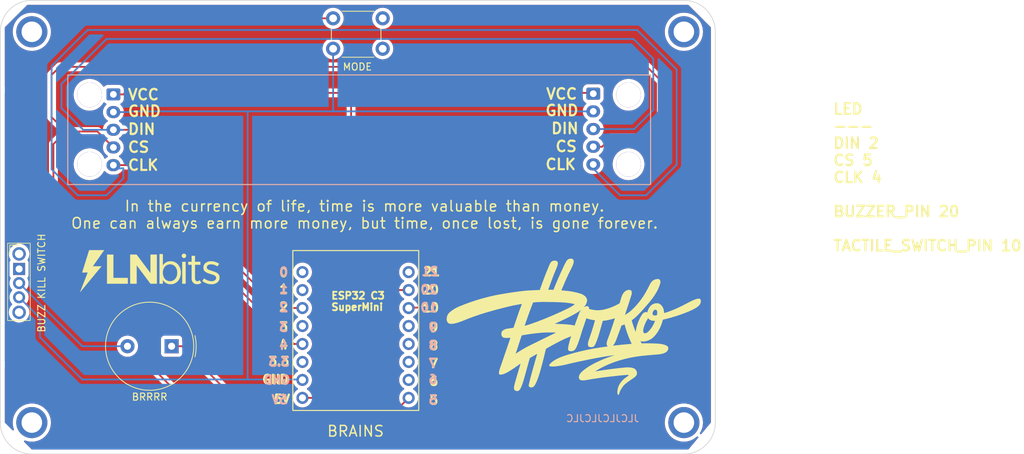
<source format=kicad_pcb>
(kicad_pcb (version 20221018) (generator pcbnew)
  (layers (0 "F.Cu" signal) (31 "B.Cu" signal) (34 "B.Paste" user) (35 "F.Paste" user) (36 "B.SilkS" user "B.Silkscreen") (37 "F.SilkS" user "F.Silkscreen") (38 "B.Mask" user) (39 "F.Mask" user) (44 "Edge.Cuts" user))
  (net 0 "")
  (footprint "Button_Switch_THT:SW_PUSH_6mm_H4.3mm" (layer "F.Cu") (at 70.485 35.56)
    (fp_text reference "MODE")
    (fp_text value "SW_PUSH_6mm_H4.3mm")
  )
  (footprint "Connector_PinHeader_1.00mm:PinHeader_1x01_P1.00mm_Vertical" (layer "F.Cu") (at 112.202 46.372 180)
    (fp_text reference "REF**" hide)
    (fp_text value "M2.5" hide)
  )
  (footprint "Buzzer_Beeper:Buzzer_TDK_PS1240P02BT_D12.2mm_H6.5mm_1" (layer "F.Cu") (at 47.074785 81.915 180)
    (fp_text reference "BRRRR")
    (fp_text value "Buzzer")
  )
  (footprint "Connector_PinHeader_1.00mm:PinHeader_1x01_P1.00mm_Vertical" (layer "F.Cu") (at 27.94 92.71 180)
    (fp_text reference "REF**" hide)
    (fp_text value "M2.5" hide)
  )
  (footprint "Connector_PinHeader_2.54mm:PinHeader_1x03_P2.54mm_Vertical" (layer "F.Cu") (at 26.143 70.453)
    (fp_text reference "BUZZ KILL SWITCH")
    (fp_text value "Switch" hide)
  )
  (footprint "Connector_PinHeader_2.54mm:PinHeader_1x08_P2.54mm_Vertical" (layer "F.Cu") (at 81.153 89.217 180)
    (fp_text reference "REF**" hide)
    (fp_text value "ESP32 C3" hide)
  )
  (footprint "Connector_PinHeader_1.00mm:PinHeader_1x01_P1.00mm_Vertical" (layer "F.Cu") (at 120.015 92.71 180)
    (fp_text reference "REF**" hide)
    (fp_text value "M2.5" hide)
  )
  (footprint "Connector_PinHeader_1.00mm:PinHeader_1x01_P1.00mm_Vertical" (layer "F.Cu") (at 120.015 37.465 180)
    (fp_text reference "REF**" hide)
    (fp_text value "M2.5" hide)
  )
  (footprint "Connector_PinHeader_2.54mm:PinHeader_1x08_P2.54mm_Vertical" (layer "F.Cu") (at 66.153 89.217 180)
    (fp_text reference "REF**" hide)
    (fp_text value "ESP32 C3" hide)
  )
  (footprint "" (layer "F.Cu") (at 36.092 56.192)
    (fp_text reference "")
    (fp_text value "")
  )
  (footprint "" (layer "F.Cu") (at 112.202 56.192)
    (fp_text reference "")
    (fp_text value "")
  )
  (footprint "Connector_PinHeader_1.00mm:PinHeader_1x01_P1.00mm_Vertical" (layer "F.Cu") (at 36.092 46.372 180)
    (fp_text reference "REF**" hide)
    (fp_text value "M2.5" hide)
  )
  (footprint "Connector_PinHeader_1.00mm:PinHeader_1x01_P1.00mm_Vertical" (layer "F.Cu") (at 27.94 37.465 180)
    (fp_text reference "REF**" hide)
    (fp_text value "M2.5" hide)
  )
  (footprint "Connector_JST:JST_XH_B5B-XH-A_1x05_P2.50mm_Vertical" (layer "B.Cu") (at 107.22 46.215 -90)
    (fp_text reference "JST_XH_B5B-XH-A_1x05" hide)
    (fp_text value "JST XH B5B-XH-A" hide)
  )
  (footprint "Connector_JST:JST_XH_B5B-XH-A_1x05_P2.50mm_Vertical" (layer "B.Cu") (at 39.455 46.315 -90)
    (fp_text reference "JST_XH_B5B-XH-A_1x05" hide)
    (fp_text value "JST XH B5B-XH-A" hide)
  )
  (gr_rect (start 33.02 43.561) (end 115.316 59.055) (stroke (width 0.15)) (fill none) (layer "B.SilkS"))
  (gr_rect (start 64.797 68.389) (end 82.577 90.995) (stroke (width 0.15)) (fill none) (layer "F.SilkS"))
  (gr_poly (pts (xy 104.14 69.532) (xy 104.166196 69.534149) (xy 104.192319 69.538424) (xy 104.218225 69.544937) (xy 104.243769 69.553803) (xy 104.268805 69.565137) (xy 104.293187 69.579052) (xy 104.316772 69.595663) (xy 104.328219 69.605015) (xy 104.339412 69.615084) (xy 104.350334 69.625884) (xy 104.360965 69.637429) (xy 104.371287 69.649733) (xy 104.381283 69.662811) (xy 104.390934 69.676678) (xy 104.400223 69.691347) (xy 104.40913 69.706832) (xy 104.417638 69.723148) (xy 104.425728 69.74031) (xy 104.433383 69.758331) (xy 104.440585 69.777225) (xy 104.447314 69.797008) (xy 104.453554 69.817693) (xy 104.459285 69.839294) (xy 104.464491 69.861826) (xy 104.469151 69.885303) (xy 104.467294 69.933144) (xy 104.462261 69.983814) (xy 104.454399 70.036715) (xy 104.444057 70.091251) (xy 104.431583 70.146823) (xy 104.417326 70.202836) (xy 104.401634 70.258691) (xy 104.384854 70.313791) (xy 104.349427 70.41934) (xy 104.31383 70.514704) (xy 104.28085 70.595106) (xy 104.253272 70.655769) (xy 104.107893 70.949342) (xy 103.960624 71.24213) (xy 103.814217 71.535515) (xy 103.671422 71.830879) (xy 103.475512 72.262027) (xy 103.235451 72.811251) (xy 102.717302 74.013151) (xy 102.988983 74.037603) (xy 103.245355 74.062928) (xy 103.48244 74.08842) (xy 103.696258 74.113377) (xy 103.88283 74.137095) (xy 104.038176 74.158868) (xy 104.158316 74.177994) (xy 104.239271 74.193767) (xy 104.790192 74.310106) (xy 104.935879 74.343812) (xy 105.092025 74.384052) (xy 105.262265 74.43317) (xy 105.450239 74.493508) (xy 105.519651 74.518593) (xy 105.594107 74.549074) (xy 105.672128 74.584965) (xy 105.752234 74.626282) (xy 105.832946 74.67304) (xy 105.912786 74.725253) (xy 105.990272 74.782938) (xy 106.063926 74.846108) (xy 106.098854 74.879755) (xy 106.132269 74.914779) (xy 106.163986 74.951182) (xy 106.193821 74.988965) (xy 106.221588 75.028132) (xy 106.247103 75.068682) (xy 106.27018 75.11062) (xy 106.290635 75.153945) (xy 106.308283 75.198661) (xy 106.322939 75.244768) (xy 106.334417 75.29227) (xy 106.342534 75.341167) (xy 106.347104 75.391462) (xy 106.347942 75.443156) (xy 106.344863 75.496252) (xy 106.337682 75.550751) (xy 106.329066 75.595674) (xy 106.318464 75.641069) (xy 106.306123 75.686605) (xy 106.292286 75.731949) (xy 106.277199 75.776768) (xy 106.261106 75.820729) (xy 106.244252 75.8635) (xy 106.226881 75.904749) (xy 106.209238 75.944142) (xy 106.191569 75.981348) (xy 106.174117 76.016033) (xy 106.157128 76.047865) (xy 106.140846 76.076511) (xy 106.125515 76.101639) (xy 106.111382 76.122916) (xy 106.098689 76.14001) (xy 106.070933 76.174138) (xy 106.043235 76.207583) (xy 106.015603 76.240361) (xy 105.988045 76.272489) (xy 105.960571 76.303986) (xy 105.933189 76.334867) (xy 105.878734 76.394857) (xy 105.886009 76.390854) (xy 105.893375 76.386726) (xy 105.90081 76.382625) (xy 105.904547 76.380634) (xy 105.908294 76.378706) (xy 105.965005 76.352446) (xy 106.016013 76.330043) (xy 106.061858 76.311221) (xy 106.10308 76.295703) (xy 106.14022 76.283212) (xy 106.173817 76.273472) (xy 106.204412 76.266206) (xy 106.232546 76.261136) (xy 106.258759 76.257987) (xy 106.283591 76.256482) (xy 106.307582 76.256344) (xy 106.331273 76.257296) (xy 106.355204 76.259061) (xy 106.379915 76.261363) (xy 106.43384 76.26647) (xy 106.459964 76.276851) (xy 106.483732 76.287427) (xy 106.505253 76.298475) (xy 106.524634 76.310273) (xy 106.541981 76.3231) (xy 106.549926 76.329986) (xy 106.557403 76.337233) (xy 106.564424 76.344876) (xy 106.571005 76.35295) (xy 106.577158 76.36149) (xy 106.582896 76.37053) (xy 106.588233 76.380105) (xy 106.593182 76.390249) (xy 106.601972 76.412386) (xy 106.609371 76.437219) (xy 106.615488 76.465026) (xy 106.620429 76.496085) (xy 106.624302 76.530673) (xy 106.627213 76.569069) (xy 106.629271 76.611551) (xy 106.629488 76.614925) (xy 106.629833 76.618698) (xy 106.630763 76.627664) (xy 106.631272 76.632973) (xy 106.631762 76.638908) (xy 106.632195 76.645528) (xy 106.632533 76.652889) (xy 106.930411 76.714036) (xy 107.184296 76.763028) (xy 107.299403 76.782712) (xy 107.409106 76.799054) (xy 107.515269 76.81195) (xy 107.619759 76.821299) (xy 107.724438 76.827001) (xy 107.831172 76.828953) (xy 107.941825 76.827054) (xy 108.058263 76.821202) (xy 108.18235 76.811296) (xy 108.31595 76.797234) (xy 108.460929 76.778914) (xy 108.619151 76.756236) (xy 108.793652 76.716267) (xy 108.963249 76.673577) (xy 109.128155 76.628264) (xy 109.288579 76.580429) (xy 109.444732 76.530171) (xy 109.596825 76.477589) (xy 109.745068 76.422783) (xy 109.889672 76.365854) (xy 110.030848 76.306899) (xy 110.168806 76.24602) (xy 110.303757 76.183316) (xy 110.435911 76.118885) (xy 110.692673 75.985246) (xy 110.940776 75.8459) (xy 110.97624 75.728889) (xy 111.006238 75.628401) (xy 111.030027 75.546707) (xy 111.046863 75.486078) (xy 111.083913 75.350791) (xy 111.121026 75.222688) (xy 111.157743 75.102938) (xy 111.193605 74.992711) (xy 111.228155 74.893177) (xy 111.260933 74.805504) (xy 111.291483 74.730862) (xy 111.319344 74.670421) (xy 111.356865 74.598659) (xy 111.395601 74.531433) (xy 111.43543 74.468617) (xy 111.476228 74.410086) (xy 111.517874 74.355714) (xy 111.560244 74.305375) (xy 111.603215 74.258944) (xy 111.646666 74.216295) (xy 111.690472 74.177302) (xy 111.734513 74.14184) (xy 111.778664 74.109782) (xy 111.822803 74.081004) (xy 111.866808 74.055379) (xy 111.910556 74.032783) (xy 111.953924 74.013088) (xy 111.996789 73.99617) (xy 112.039029 73.981904) (xy 112.080521 73.970162) (xy 112.121142 73.96082) (xy 112.16077 73.953752) (xy 112.199281 73.948832) (xy 112.236554 73.945935) (xy 112.272466 73.944935) (xy 112.306893 73.945706) (xy 112.339714 73.948123) (xy 112.370805 73.952059) (xy 112.400044 73.95739) (xy 112.427307 73.963989) (xy 112.452473 73.971732) (xy 112.475419 73.980491) (xy 112.496022 73.990143) (xy 112.514159 74.00056) (xy 112.529629 74.011215) (xy 112.544233 74.022873) (xy 112.570843 74.04914) (xy 112.594003 74.079234) (xy 112.613724 74.113027) (xy 112.630022 74.150393) (xy 112.642906 74.191205) (xy 112.652392 74.235337) (xy 112.658491 74.282661) (xy 112.661217 74.33305) (xy 112.660581 74.386378) (xy 112.656598 74.442517) (xy 112.649279 74.501342) (xy 112.638638 74.562724) (xy 112.624687 74.626538) (xy 112.60744 74.692656) (xy 112.586908 74.760952) (xy 112.351462 75.496215) (xy 112.199137 75.968472) (xy 112.099514 76.273432) (xy 112.022172 76.506799) (xy 111.847853 77.033448) (xy 111.699984 77.485366) (xy 111.864459 77.385875) (xy 111.946085 77.33527) (xy 112.027051 77.283683) (xy 112.107167 77.230808) (xy 112.186241 77.176338) (xy 112.264085 77.119966) (xy 112.340507 77.061387) (xy 112.424696 76.993498) (xy 112.507402 76.924145) (xy 112.5887 76.853398) (xy 112.668664 76.781329) (xy 112.824891 76.633505) (xy 112.97668 76.48124) (xy 113.124627 76.3251) (xy 113.269332 76.16565) (xy 113.41139 76.003457) (xy 113.551399 75.839086) (xy 113.774847 75.564583) (xy 113.982686 75.290797) (xy 114.177247 75.015543) (xy 114.360862 74.736633) (xy 114.535861 74.451883) (xy 114.704575 74.159105) (xy 114.869336 73.856114) (xy 115.032473 73.540725) (xy 115.127744 73.347628) (xy 115.227525 73.152347) (xy 115.281683 73.056578) (xy 115.340058 72.963491) (xy 115.403682 72.874162) (xy 115.473584 72.789668) (xy 115.511211 72.74957) (xy 115.550794 72.711084) (xy 115.592461 72.674345) (xy 115.636342 72.639487) (xy 115.682565 72.606644) (xy 115.731258 72.575952) (xy 115.782552 72.547544) (xy 115.836573 72.521556) (xy 115.893452 72.498121) (xy 115.953317 72.477375) (xy 116.016296 72.459451) (xy 116.082519 72.444484) (xy 116.152114 72.432609) (xy 116.22521 72.423961) (xy 116.301935 72.418673) (xy 116.382419 72.416881) (xy 116.415476 72.418232) (xy 116.446297 72.422181) (xy 116.474954 72.428577) (xy 116.501521 72.437264) (xy 116.52607 72.448088) (xy 116.548673 72.460896) (xy 116.569403 72.475535) (xy 116.588332 72.491849) (xy 116.605534 72.509687) (xy 116.62108 72.528892) (xy 116.635044 72.549313) (xy 116.647497 72.570794) (xy 116.658513 72.593183) (xy 116.668164 72.616325) (xy 116.676522 72.640067) (xy 116.683661 72.664254) (xy 116.694569 72.713351) (xy 116.701468 72.762384) (xy 116.70494 72.810125) (xy 116.705564 72.855341) (xy 116.703921 72.896804) (xy 116.700593 72.933281) (xy 116.696158 72.963543) (xy 116.691199 72.986359) (xy 116.616385 73.236343) (xy 116.529068 73.480895) (xy 116.430114 73.720256) (xy 116.320392 73.954667) (xy 116.200768 74.18437) (xy 116.072112 74.409607) (xy 115.935289 74.630619) (xy 115.791169 74.847647) (xy 115.640618 75.060934) (xy 115.484505 75.27072) (xy 115.323696 75.477248) (xy 115.159059 75.680758) (xy 114.821774 76.079695) (xy 114.479589 76.469461) (xy 114.077493 76.921113) (xy 113.855732 77.16315) (xy 113.624008 77.406338) (xy 113.505311 77.5261) (xy 113.385203 77.643435) (xy 113.264047 77.757436) (xy 113.142201 77.867199) (xy 113.020027 77.971817) (xy 112.897885 78.070387) (xy 112.776135 78.162002) (xy 112.655137 78.245758) (xy 112.709866 78.457691) (xy 112.769381 78.6678) (xy 112.83353 78.876126) (xy 112.90216 79.082715) (xy 112.975121 79.287608) (xy 113.052261 79.490851) (xy 113.133427 79.692486) (xy 113.218468 79.892556) (xy 113.2271 79.793613) (xy 113.234877 79.7279) (xy 114.27541 79.7279) (xy 114.275685 79.74741) (xy 114.27638 79.766328) (xy 114.277486 79.784658) (xy 114.278996 79.802404) (xy 114.280903 79.81957) (xy 114.283198 79.836159) (xy 114.285874 79.852177) (xy 114.288922 79.867626) (xy 114.292336 79.88251) (xy 114.296108 79.896835) (xy 114.300229 79.910602) (xy 114.304692 79.923817) (xy 114.30949 79.936484) (xy 114.314614 79.948606) (xy 114.320057 79.960187) (xy 114.325811 79.971232) (xy 114.331868 79.981743) (xy 114.338221 79.991726) (xy 114.344861 80.001184) (xy 114.351782 80.010121) (xy 114.358974 80.018541) (xy 114.366432 80.026448) (xy 114.374146 80.033846) (xy 114.382109 80.040738) (xy 114.390314 80.04713) (xy 114.398752 80.053024) (xy 114.407416 80.058425) (xy 114.416298 80.063336) (xy 114.42539 80.067762) (xy 114.434685 80.071707) (xy 114.444175 80.075174) (xy 114.456504 80.078741) (xy 114.469746 80.081404) (xy 114.483833 80.083191) (xy 114.498695 80.084131) (xy 114.514263 80.084253) (xy 114.530469 80.083584) (xy 114.547242 80.082153) (xy 114.564515 80.079989) (xy 114.582217 80.07712) (xy 114.600279 80.073575) (xy 114.618634 80.069381) (xy 114.63721 80.064568) (xy 114.65594 80.059164) (xy 114.674754 80.053197) (xy 114.693582 80.046695) (xy 114.712357 80.039688) (xy 114.72651 80.033836) (xy 114.740943 80.027162) (xy 114.770515 80.011549) (xy 114.800804 79.99325) (xy 114.831545 79.972665) (xy 114.862468 79.950196) (xy 114.893306 79.926243) (xy 114.923791 79.901209) (xy 114.953656 79.875492) (xy 114.982633 79.849496) (xy 115.010454 79.823619) (xy 115.061557 79.773833) (xy 115.104825 79.72934) (xy 115.138114 79.693349) (xy 115.246757 79.566176) (xy 115.356717 79.4241) (xy 115.411646 79.347797) (xy 115.466251 79.268157) (xy 115.520312 79.18531) (xy 115.573612 79.099385) (xy 115.625933 79.010512) (xy 115.677057 78.91882) (xy 115.726765 78.824439) (xy 115.77484 78.727498) (xy 115.821062 78.628127) (xy 115.865215 78.526456) (xy 115.90708 78.422613) (xy 115.946438 78.31673) (xy 115.90387 78.319716) (xy 115.862038 78.321519) (xy 115.821818 78.322323) (xy 115.784083 78.322314) (xy 115.749711 78.321677) (xy 115.719575 78.320596) (xy 115.694552 78.319256) (xy 115.675515 78.317842) (xy 115.613265 78.310833) (xy 115.553205 78.301146) (xy 115.495344 78.288874) (xy 115.439695 78.274112) (xy 115.386266 78.256952) (xy 115.33507 78.237488) (xy 115.286115 78.215814) (xy 115.239414 78.192022) (xy 115.194976 78.166207) (xy 115.152811 78.138461) (xy 115.112931 78.108879) (xy 115.075346 78.077553) (xy 115.040067 78.044577) (xy 115.007103 78.010045) (xy 114.976465 77.974049) (xy 114.948165 77.936684) (xy 114.930316 77.980009) (xy 114.911821 78.022118) (xy 114.892919 78.062812) (xy 114.873847 78.101893) (xy 114.854844 78.139163) (xy 114.836147 78.174423) (xy 114.817995 78.207475) (xy 114.800626 78.238119) (xy 114.769189 78.291394) (xy 114.743741 78.33266) (xy 114.718431 78.372813) (xy 114.667349 78.474398) (xy 114.614722 78.585272) (xy 114.562037 78.702643) (xy 114.510784 78.823721) (xy 114.462451 78.945715) (xy 114.418528 79.065837) (xy 114.380504 79.181294) (xy 114.364169 79.236402) (xy 114.349867 79.289297) (xy 114.330214 79.360094) (xy 114.318412 79.403565) (xy 114.306491 79.452623) (xy 114.295347 79.507421) (xy 114.290348 79.53702) (xy 114.28588 79.568112) (xy 114.282055 79.600717) (xy 114.278985 79.634852) (xy 114.276784 79.670538) (xy 114.275562 79.707793) (xy 114.27541 79.7279) (xy 113.234877 79.7279) (xy 113.2387 79.695591) (xy 113.252864 79.599001) (xy 113.269189 79.50435) (xy 113.287272 79.412147) (xy 113.30671 79.322901) (xy 113.3271 79.237121) (xy 113.348039 79.155316) (xy 113.389951 79.005663) (xy 113.429223 78.878013) (xy 113.486945 78.705001) (xy 113.51762 78.617558) (xy 113.550597 78.52907) (xy 113.622712 78.35038) (xy 113.7018 78.17177) (xy 113.786372 77.996079) (xy 113.874937 77.826146) (xy 113.966006 77.664809) (xy 114.012014 77.588251) (xy 114.058089 77.514907) (xy 114.104045 77.445132) (xy 114.149695 77.37928) (xy 114.166542 77.356613) (xy 114.184223 77.334664) (xy 114.202688 77.313459) (xy 114.210986 77.304625) (xy 115.59664 77.304625) (xy 115.597142 77.320032) (xy 115.598216 77.335042) (xy 115.599862 77.34965) (xy 115.602081 77.363851) (xy 115.604874 77.377639) (xy 115.608241 77.391008) (xy 115.612184 77.403952) (xy 115.616704 77.416467) (xy 115.621802 77.428547) (xy 115.627478 77.440186) (xy 115.633733 77.451378) (xy 115.640569 77.462119) (xy 115.647986 77.472402) (xy 115.655986 77.482223) (xy 115.664569 77.491574) (xy 115.673736 77.500452) (xy 115.683488 77.50885) (xy 115.693826 77.516763) (xy 115.704751 77.524186) (xy 115.716264 77.531112) (xy 115.728366 77.537537) (xy 115.741058 77.543454) (xy 115.75434 77.548859) (xy 115.767153 77.553042) (xy 115.782107 77.556679) (xy 115.799183 77.559736) (xy 115.818367 77.562178) (xy 115.839641 77.563973) (xy 115.86299 77.565086) (xy 115.915842 77.565129) (xy 115.976793 77.562037) (xy 116.045711 77.555537) (xy 116.122463 77.545357) (xy 116.206917 77.531227) (xy 116.217455 77.483079) (xy 116.226592 77.437114) (xy 116.23439 77.393281) (xy 116.24091 77.351529) (xy 116.246214 77.311806) (xy 116.250362 77.274062) (xy 116.253416 77.238245) (xy 116.255436 77.204306) (xy 116.256485 77.172191) (xy 116.256623 77.141852) (xy 116.255911 77.113236) (xy 116.254412 77.086293) (xy 116.252185 77.060971) (xy 116.249292 77.03722) (xy 116.245795 77.014988) (xy 116.241754 76.994225) (xy 116.237231 76.974879) (xy 116.232287 76.9569) (xy 116.226982 76.940236) (xy 116.22138 76.924837) (xy 116.21554 76.910651) (xy 116.209523 76.897628) (xy 116.203392 76.885716) (xy 116.197207 76.874864) (xy 116.191029 76.865021) (xy 116.18492 76.856137) (xy 116.17894 76.848161) (xy 116.173152 76.84104) (xy 116.162392 76.829164) (xy 116.153131 76.820101) (xy 116.144353 76.812369) (xy 116.135069 76.805122) (xy 116.125314 76.798361) (xy 116.11512 76.792087) (xy 116.104522 76.786302) (xy 116.093552 76.781009) (xy 116.082243 76.776208) (xy 116.07063 76.771901) (xy 116.058744 76.768089) (xy 116.046621 76.764775) (xy 116.034292 76.76196) (xy 116.021792 76.759646) (xy 116.009153 76.757833) (xy 115.996408 76.756525) (xy 115.983592 76.755722) (xy 115.970738 76.755426) (xy 115.955875 76.755946) (xy 115.941118 76.757593) (xy 115.926481 76.76033) (xy 115.911978 76.76412) (xy 115.897624 76.768926) (xy 115.883432 76.774713) (xy 115.869417 76.781443) (xy 115.855593 76.78908) (xy 115.841973 76.797587) (xy 115.828572 76.806927) (xy 115.802483 76.82796) (xy 115.77744 76.851887) (xy 115.753553 76.878414) (xy 115.730937 76.907248) (xy 115.709703 76.938095) (xy 115.689965 76.970662) (xy 115.671836 77.004656) (xy 115.655428 77.039783) (xy 115.640853 77.07575) (xy 115.628226 77.112264) (xy 115.617658 77.149031) (xy 115.613063 77.167758) (xy 115.609031 77.186138) (xy 115.605563 77.204166) (xy 115.602659 77.221836) (xy 115.60032 77.239142) (xy 115.598548 77.25608) (xy 115.597343 77.272644) (xy 115.596707 77.288827) (xy 115.59664 77.304625) (xy 114.210986 77.304625) (xy 114.221884 77.293024) (xy 114.262262 77.254568) (xy 114.304942 77.219506) (xy 114.349511 77.188048) (xy 114.395552 77.160402) (xy 114.442652 77.136778) (xy 114.466469 77.12654) (xy 114.490395 77.117386) (xy 114.514378 77.109342) (xy 114.538366 77.102434) (xy 114.562307 77.096689) (xy 114.58615 77.092132) (xy 114.609843 77.08879) (xy 114.633333 77.08669) (xy 114.65657 77.085856) (xy 114.6795 77.086316) (xy 114.702073 77.088095) (xy 114.724236 77.09122) (xy 114.745937 77.095717) (xy 114.767126 77.101612) (xy 114.787748 77.108931) (xy 114.807754 77.1177) (xy 114.827091 77.127946) (xy 114.845707 77.139694) (xy 114.86299 77.076737) (xy 114.881754 77.014047) (xy 114.901964 76.951792) (xy 114.923584 76.89014) (xy 114.946578 76.829257) (xy 114.970909 76.76931) (xy 114.996543 76.710466) (xy 115.023443 76.652893) (xy 115.051572 76.596758) (xy 115.080896 76.542227) (xy 115.111379 76.489468) (xy 115.142984 76.438649) (xy 115.175675 76.389935) (xy 115.209417 76.343495) (xy 115.244173 76.299495) (xy 115.279909 76.258103) (xy 115.279652 76.257983) (xy 115.279617 76.257965) (xy 115.279583 76.257946) (xy 115.279549 76.257926) (xy 115.279515 76.257905) (xy 115.279483 76.257883) (xy 115.279451 76.257859) (xy 115.279421 76.257834) (xy 115.279392 76.257807) (xy 115.301646 76.230033) (xy 115.325046 76.203505) (xy 115.349349 76.178234) (xy 115.374312 76.154235) (xy 115.399691 76.131519) (xy 115.425244 76.1101) (xy 115.450728 76.089989) (xy 115.475899 76.071201) (xy 115.500514 76.053746) (xy 115.524331 76.037639) (xy 115.568596 76.009516) (xy 115.606749 75.986934) (xy 115.636845 75.969994) (xy 115.672337 75.951427) (xy 115.708541 75.9345) (xy 115.745394 75.91916) (xy 115.782833 75.905353) (xy 115.820795 75.893023) (xy 115.859218 75.882117) (xy 115.89804 75.872581) (xy 115.937196 75.86436) (xy 115.976626 75.857401) (xy 116.016265 75.85165) (xy 116.056051 75.847051) (xy 116.095922 75.843551) (xy 116.135815 75.841096) (xy 116.175666 75.839632) (xy 116.215414 75.839104) (xy 116.254995 75.839459) (xy 116.284411 75.840649) (xy 116.313189 75.843008) (xy 116.341322 75.846472) (xy 116.368803 75.850976) (xy 116.395625 75.856455) (xy 116.421783 75.862846) (xy 116.447268 75.870082) (xy 116.472075 75.8781) (xy 116.496196 75.886835) (xy 116.519626 75.896223) (xy 116.542357 75.906197) (xy 116.564382 75.916695) (xy 116.585695 75.927651) (xy 116.606289 75.939001) (xy 116.626158 75.95068) (xy 116.645294 75.962623) (xy 116.681343 75.987043) (xy 116.714382 76.011745) (xy 116.744358 76.036211) (xy 116.771216 76.059924) (xy 116.794903 76.082367) (xy 116.815366 76.103023) (xy 116.846402 76.136904) (xy 116.866791 76.158407) (xy 116.886537 76.180436) (xy 116.905644 76.202982) (xy 116.924116 76.226036) (xy 116.941956 76.249591) (xy 116.959167 76.273638) (xy 116.975753 76.298169) (xy 116.991717 76.323177) (xy 117.007064 76.348652) (xy 117.021795 76.374587) (xy 117.035916 76.400974) (xy 117.049428 76.427804) (xy 117.062337 76.45507) (xy 117.074645 76.482763) (xy 117.086355 76.510875) (xy 117.097471 76.539398) (xy 117.098714 76.542553) (xy 117.099907 76.545687) (xy 117.101086 76.548806) (xy 117.102286 76.551919) (xy 117.107483 76.565903) (xy 117.112798 76.579839) (xy 117.117988 76.593872) (xy 117.12046 76.600971) (xy 117.122809 76.608148) (xy 117.133247 76.639993) (xy 117.147366 76.688413) (xy 117.163622 76.751494) (xy 117.180473 76.827323) (xy 117.196376 76.913988) (xy 117.209788 77.009573) (xy 117.215078 77.060114) (xy 117.219166 77.112167) (xy 117.221861 77.165493) (xy 117.222968 77.219854) (xy 117.311125 77.198548) (xy 117.399037 77.176414) (xy 117.442809 77.164727) (xy 117.486408 77.152461) (xy 117.529797 77.139492) (xy 117.572939 77.125695) (xy 117.884884 77.018127) (xy 118.188 76.905508) (xy 118.48162 76.789089) (xy 118.765076 76.670124) (xy 119.0377 76.549866) (xy 119.298824 76.429567) (xy 119.783901 76.193857) (xy 120.214963 75.973017) (xy 120.58667 75.777069) (xy 120.893677 75.616035) (xy 121.130642 75.499937) (xy 121.246528 75.448355) (xy 121.357439 75.400474) (xy 121.463296 75.356571) (xy 121.564019 75.316923) (xy 121.65953 75.281807) (xy 121.74975 75.251499) (xy 121.834599 75.226277) (xy 121.874985 75.21566) (xy 121.913998 75.206418) (xy 121.979281 75.193617) (xy 122.040213 75.185372) (xy 122.06903 75.183016) (xy 122.096738 75.18187) (xy 122.123331 75.181957) (xy 122.148801 75.1833) (xy 122.173142 75.185924) (xy 122.196345 75.189852) (xy 122.218405 75.195106) (xy 122.239313 75.201712) (xy 122.259064 75.209692) (xy 122.27765 75.219071) (xy 122.295063 75.22987) (xy 122.311298 75.242115) (xy 122.326346 75.255829) (xy 122.340202 75.271034) (xy 122.352857 75.287756) (xy 122.364305 75.306017) (xy 122.374538 75.325841) (xy 122.383551 75.347251) (xy 122.391335 75.370272) (xy 122.397883 75.394926) (xy 122.403189 75.421237) (xy 122.407246 75.449229) (xy 122.410046 75.478925) (xy 122.411582 75.510349) (xy 122.411848 75.543524) (xy 122.410836 75.578474) (xy 122.408539 75.615223) (xy 122.404951 75.653794) (xy 122.399408 75.693754) (xy 122.391644 75.732935) (xy 122.381783 75.771324) (xy 122.369951 75.808908) (xy 122.356274 75.845674) (xy 122.340876 75.881609) (xy 122.323885 75.9167) (xy 122.305425 75.950934) (xy 122.285621 75.984299) (xy 122.2646 76.016781) (xy 122.242486 76.048367) (xy 122.219406 76.079044) (xy 122.170848 76.137621) (xy 122.11993 76.192408) (xy 122.067656 76.243301) (xy 122.01503 76.290197) (xy 121.963056 76.332992) (xy 121.912739 76.371582) (xy 121.865083 76.405864) (xy 121.821093 76.435734) (xy 121.748124 76.481824) (xy 121.525302 76.609385) (xy 121.281734 76.736358) (xy 121.019856 76.862228) (xy 120.742105 76.986478) (xy 120.148727 77.228054) (xy 119.521087 77.456955) (xy 118.878675 77.669052) (xy 118.240979 77.860215) (xy 117.627487 78.026313) (xy 117.057688 78.163219) (xy 117.013964 78.327938) (xy 116.965608 78.492334) (xy 116.912623 78.656038) (xy 116.855007 78.818677) (xy 116.792764 78.97988) (xy 116.725894 79.139277) (xy 116.654397 79.296496) (xy 116.578276 79.451167) (xy 116.497531 79.602917) (xy 116.412163 79.751378) (xy 116.322173 79.896176) (xy 116.227563 80.036942) (xy 116.128333 80.173304) (xy 116.024485 80.304891) (xy 115.916019 80.431333) (xy 115.802937 80.552257) (xy 115.747342 80.607598) (xy 115.68953 80.661904) (xy 115.629398 80.714995) (xy 115.566844 80.766692) (xy 115.501765 80.816816) (xy 115.434059 80.865188) (xy 115.363623 80.911628) (xy 115.290356 80.955957) (xy 115.214154 80.997996) (xy 115.134915 81.037565) (xy 115.052537 81.074485) (xy 114.966917 81.108578) (xy 114.877953 81.139663) (xy 114.785543 81.167561) (xy 114.689584 81.192093) (xy 114.589973 81.213081) (xy 114.50133 81.228123) (xy 114.456868 81.234295) (xy 114.412331 81.239451) (xy 114.367731 81.243506) (xy 114.323083 81.246371) (xy 114.2784 81.24796) (xy 114.233696 81.248188) (xy 114.188983 81.246966) (xy 114.144277 81.244209) (xy 114.09959 81.239829) (xy 114.054936 81.233741) (xy 114.010328 81.225856) (xy 113.965781 81.216089) (xy 113.921307 81.204353) (xy 113.87692 81.190561) (xy 113.923642 81.271726) (xy 113.970774 81.352711) (xy 114.018447 81.433446) (xy 114.066795 81.513862) (xy 114.264262 81.508847) (xy 114.438665 81.505694) (xy 114.587745 81.504235) (xy 114.709245 81.504304) (xy 115.125883 81.507055) (xy 115.591874 81.515251) (xy 115.828093 81.52225) (xy 116.05831 81.531642) (xy 116.27641 81.543771) (xy 116.476281 81.558979) (xy 116.602342 81.571399) (xy 116.725921 81.587) (xy 116.846328 81.605717) (xy 116.962873 81.627484) (xy 117.074868 81.652237) (xy 117.181621 81.67991) (xy 117.282443 81.710437) (xy 117.376644 81.743752) (xy 117.421046 81.761435) (xy 117.463534 81.779791) (xy 117.504022 81.798812) (xy 117.542423 81.818488) (xy 117.578652 81.838813) (xy 117.612622 81.859778) (xy 117.644247 81.881375) (xy 117.673441 81.903595) (xy 117.700117 81.926431) (xy 117.724189 81.949873) (xy 117.745571 81.973915) (xy 117.764177 81.998548) (xy 117.779921 82.023764) (xy 117.792715 82.049554) (xy 117.802475 82.07591) (xy 117.809114 82.102825) (xy 117.817689 82.17355) (xy 117.81709 82.246353) (xy 117.806627 82.32049) (xy 117.78561 82.395219) (xy 117.753348 82.469798) (xy 117.709152 82.543483) (xy 117.682363 82.579758) (xy 117.652331 82.615532) (xy 117.61897 82.650711) (xy 117.582195 82.685203) (xy 117.541918 82.718915) (xy 117.498054 82.751753) (xy 117.450515 82.783626) (xy 117.399217 82.814439) (xy 117.344072 82.844102) (xy 117.284995 82.87252) (xy 117.221898 82.8996) (xy 117.154697 82.925251) (xy 117.007633 82.97189) (xy 116.843113 83.011696) (xy 116.660446 83.043924) (xy 116.458944 83.067834) (xy 114.745156 83.215148) (xy 114.319378 83.256031) (xy 113.89552 83.303071) (xy 113.474005 83.358535) (xy 113.05526 83.424692) (xy 112.420166 83.545214) (xy 111.793448 83.687057) (xy 111.176126 83.850763) (xy 110.871306 83.940983) (xy 110.569218 84.036871) (xy 110.269989 84.138495) (xy 109.973746 84.245923) (xy 109.680617 84.359222) (xy 109.390729 84.47846) (xy 109.104211 84.603704) (xy 108.821188 84.735022) (xy 108.54179 84.872482) (xy 108.266143 85.016151) (xy 108.16556 85.071044) (xy 108.065835 85.127165) (xy 107.966878 85.184371) (xy 107.868603 85.242513) (xy 107.673746 85.361028) (xy 107.480563 85.481543) (xy 108.086758 85.379622) (xy 108.712223 85.284064) (xy 109.335999 85.196215) (xy 109.937131 85.117423) (xy 110.987628 84.992398) (xy 111.696053 84.919768) (xy 111.812779 84.911331) (xy 111.923527 84.905771) (xy 112.028453 84.902924) (xy 112.12771 84.902624) (xy 112.221451 84.904705) (xy 112.309831 84.909003) (xy 112.393004 84.915352) (xy 112.471122 84.923586) (xy 112.544341 84.93354) (xy 112.612814 84.945049) (xy 112.676694 84.957948) (xy 112.736136 84.972069) (xy 112.791294 84.98725) (xy 112.84232 85.003323) (xy 112.88937 85.020124) (xy 112.932597 85.037487) (xy 112.972154 85.055247) (xy 113.008196 85.073238) (xy 113.040876 85.091295) (xy 113.070348 85.109253) (xy 113.096766 85.126946) (xy 113.120285 85.144208) (xy 113.141056 85.160875) (xy 113.159236 85.17678) (xy 113.188432 85.205646) (xy 113.209105 85.229483) (xy 113.2298 85.256775) (xy 113.252848 85.287697) (xy 113.274173 85.319001) (xy 113.293769 85.350717) (xy 113.311631 85.382873) (xy 113.327751 85.415497) (xy 113.342123 85.448618) (xy 113.35474 85.482265) (xy 113.365596 85.516465) (xy 113.374685 85.551248) (xy 113.382 85.586642) (xy 113.387533 85.622676) (xy 113.39128 85.659377) (xy 113.393233 85.696776) (xy 113.393386 85.7349) (xy 113.391733 85.773777) (xy 113.388266 85.813437) (xy 113.386031 85.830845) (xy 113.383115 85.848109) (xy 113.379531 85.865231) (xy 113.375292 85.882213) (xy 113.364907 85.915766) (xy 113.352068 85.948787) (xy 113.336886 85.981294) (xy 113.31947 86.013305) (xy 113.299929 86.044839) (xy 113.278372 86.075913) (xy 113.254911 86.106547) (xy 113.229653 86.136758) (xy 113.202708 86.166564) (xy 113.174187 86.195984) (xy 113.144197 86.225036) (xy 113.11285 86.253738) (xy 113.080254 86.282108) (xy 113.046518 86.310165) (xy 112.99009 86.35404) (xy 112.923277 86.402636) (xy 112.763263 86.512876) (xy 112.371009 86.777762) (xy 112.157816 86.927954) (xy 112.05112 87.006515) (xy 111.945945 87.087013) (xy 111.843481 87.169171) (xy 111.744918 87.252711) (xy 111.651448 87.337354) (xy 111.564261 87.422823) (xy 111.523276 87.467253) (xy 111.481071 87.517444) (xy 111.43813 87.572308) (xy 111.394934 87.630754) (xy 111.351967 87.691692) (xy 111.309713 87.754033) (xy 111.229274 87.878565) (xy 111.157482 87.99563) (xy 111.098202 88.096511) (xy 111.055299 88.17249) (xy 111.032638 88.214848) (xy 111.018636 88.243787) (xy 111.005264 88.273797) (xy 110.980037 88.336728) (xy 110.956207 88.403039) (xy 110.933025 88.472129) (xy 110.88561 88.616241) (xy 110.859879 88.690059) (xy 110.831798 88.764251) (xy 110.829984 88.768202) (xy 110.827721 88.772165) (xy 110.821933 88.779934) (xy 110.814602 88.787184) (xy 110.810411 88.790497) (xy 110.805896 88.79354) (xy 110.801079 88.796267) (xy 110.795981 88.79863) (xy 110.790622 88.800582) (xy 110.785023 88.802077) (xy 110.779206 88.803068) (xy 110.773191 88.803509) (xy 110.766999 88.803352) (xy 110.760651 88.802551) (xy 110.754168 88.801058) (xy 110.74757 88.798828) (xy 110.740879 88.795813) (xy 110.734115 88.791967) (xy 110.7273 88.787243) (xy 110.720454 88.781594) (xy 110.713598 88.774973) (xy 110.706752 88.767333) (xy 110.699939 88.758629) (xy 110.693178 88.748812) (xy 110.686491 88.737837) (xy 110.679898 88.725656) (xy 110.673421 88.712223) (xy 110.667079 88.697491) (xy 110.660895 88.681412) (xy 110.654889 88.663942) (xy 110.64778 88.640389) (xy 110.641571 88.616486) (xy 110.636227 88.592277) (xy 110.63171 88.567804) (xy 110.627986 88.543111) (xy 110.625018 88.518241) (xy 110.62277 88.493235) (xy 110.621207 88.468139) (xy 110.620293 88.442993) (xy 110.619991 88.417842) (xy 110.620265 88.392728) (xy 110.621081 88.367695) (xy 110.62419 88.318041) (xy 110.629032 88.269224) (xy 110.637952 88.1941) (xy 110.647846 88.118877) (xy 110.659085 88.043746) (xy 110.672037 87.968899) (xy 110.687073 87.894528) (xy 110.704563 87.820824) (xy 110.714343 87.784282) (xy 110.724875 87.74798) (xy 110.736206 87.71194) (xy 110.748381 87.676187) (xy 110.776533 87.600954) (xy 110.806801 87.527799) (xy 110.839055 87.456694) (xy 110.873168 87.387613) (xy 110.909011 87.320529) (xy 110.946456 87.255415) (xy 110.985373 87.192245) (xy 111.025636 87.130992) (xy 111.10968 87.01413) (xy 111.197562 86.904614) (xy 111.288253 86.802233) (xy 111.380727 86.70677) (xy 111.473955 86.618013) (xy 111.56691 86.535748) (xy 111.658564 86.459762) (xy 111.74789 86.389839) (xy 111.915446 86.267332) (xy 112.061359 86.166517) (xy 112.080629 86.153035) (xy 112.098449 86.139988) (xy 112.114847 86.127391) (xy 112.129846 86.115258) (xy 112.143473 86.103603) (xy 112.155753 86.092439) (xy 112.166711 86.081782) (xy 112.176372 86.071645) (xy 112.184763 86.062041) (xy 112.191908 86.052985) (xy 112.195021 86.048667) (xy 112.197833 86.044492) (xy 112.200346 86.04046) (xy 112.202563 86.036574) (xy 112.204488 86.032835) (xy 112.206123 86.029246) (xy 112.207473 86.025808) (xy 112.20854 86.022522) (xy 112.209327 86.019391) (xy 112.209838 86.016416) (xy 112.210076 86.013599) (xy 112.210043 86.010942) (xy 112.20954 86.007201) (xy 112.208587 86.003656) (xy 112.207205 86.000301) (xy 112.205417 85.997132) (xy 112.203245 85.994144) (xy 112.20071 85.991333) (xy 112.197834 85.988693) (xy 112.194639 85.986219) (xy 112.191147 85.983907) (xy 112.187379 85.981751) (xy 112.179105 85.977891) (xy 112.169991 85.974599) (xy 112.160212 85.971837) (xy 112.149943 85.969565) (xy 112.139357 85.967744) (xy 112.128631 85.966336) (xy 112.117937 85.965302) (xy 112.107452 85.964603) (xy 112.097349 85.964199) (xy 112.07899 85.964122) (xy 111.244558 86.031771) (xy 109.704906 86.197383) (xy 108.814583 86.305936) (xy 107.920709 86.425794) (xy 107.080868 86.55256) (xy 106.352644 86.68184) (xy 106.264198 86.698262) (xy 106.134676 86.71841) (xy 106.058794 86.72798) (xy 105.977782 86.7362) (xy 105.893351 86.742307) (xy 105.807216 86.745542) (xy 105.721088 86.745144) (xy 105.636681 86.740352) (xy 105.555707 86.730405) (xy 105.517043 86.723261) (xy 105.47988 86.714542) (xy 105.444431 86.704155) (xy 105.410911 86.692003) (xy 105.379534 86.677992) (xy 105.350514 86.662026) (xy 105.324065 86.644011) (xy 105.300402 86.623851) (xy 105.279738 86.601451) (xy 105.262287 86.576716) (xy 105.253026 86.560347) (xy 105.241853 86.538473) (xy 105.229756 86.511187) (xy 105.22367 86.495544) (xy 105.217725 86.478582) (xy 105.212043 86.460314) (xy 105.206749 86.440751) (xy 105.201967 86.419904) (xy 105.19782 86.397786) (xy 105.194431 86.374408) (xy 105.191925 86.349781) (xy 105.190425 86.323917) (xy 105.190054 86.296829) (xy 105.190913 86.268768) (xy 105.193124 86.239518) (xy 105.196809 86.209089) (xy 105.202085 86.177493) (xy 105.209074 86.144743) (xy 105.217896 86.110848) (xy 105.228669 86.075822) (xy 105.241515 86.039676) (xy 105.256553 86.002421) (xy 105.273903 85.964069) (xy 105.293685 85.924632) (xy 105.316019 85.88412) (xy 105.341025 85.842547) (xy 105.368822 85.799923) (xy 105.39953 85.75626) (xy 105.433271 85.71157) (xy 105.475472 85.660347) (xy 105.521169 85.609554) (xy 105.569976 85.55923) (xy 105.621505 85.509419) (xy 105.675371 85.460161) (xy 105.731186 85.411498) (xy 105.84712 85.316123) (xy 105.966213 85.223627) (xy 106.085374 85.134342) (xy 106.311528 84.966738) (xy 106.363535 84.928271) (xy 106.415239 84.891508) (xy 106.518105 84.822355) (xy 106.620851 84.757809) (xy 106.724201 84.696398) (xy 107.158153 84.452673) (xy 107.311318 84.368414) (xy 107.474993 84.283888) (xy 107.646091 84.199769) (xy 107.821524 84.116734) (xy 108.173042 83.956622) (xy 108.504841 83.808964) (xy 108.759651 83.703753) (xy 109.141421 83.558238) (xy 109.622898 83.383401) (xy 110.176828 83.190221) (xy 110.203702 83.181099) (xy 110.230465 83.171922) (xy 110.118571 83.186137) (xy 110.003176 83.201407) (xy 109.296676 83.305025) (xy 108.509091 83.435204) (xy 107.661886 83.587551) (xy 106.776525 83.757672) (xy 104.977185 84.13366) (xy 104.106135 84.330739) (xy 103.282783 84.528018) (xy 103.064546 84.576215) (xy 102.716846 84.642854) (xy 102.295809 84.711017) (xy 102.075331 84.740384) (xy 101.857566 84.763788) (xy 101.649533 84.779115) (xy 101.458245 84.784249) (xy 101.29072 84.777077) (xy 101.218061 84.768215) (xy 101.153974 84.755484) (xy 101.099335 84.738618) (xy 101.055022 84.717355) (xy 101.021912 84.691428) (xy 101.000881 84.660575) (xy 100.992808 84.62453) (xy 100.998567 84.58303) (xy 101.019038 84.535809) (xy 101.055096 84.482605) (xy 101.114394 84.411123) (xy 101.178411 84.341563) (xy 101.246829 84.273913) (xy 101.319332 84.208161) (xy 101.475326 84.082301) (xy 101.64386 83.963886) (xy 101.822401 83.852822) (xy 102.008416 83.74901) (xy 102.199372 83.652354) (xy 102.392735 83.562759) (xy 102.585972 83.480127) (xy 102.77655 83.404363) (xy 103.139596 83.273048) (xy 103.461607 83.168045) (xy 103.722318 83.08858) (xy 104.559053 82.850973) (xy 105.365475 82.646018) (xy 106.136141 82.470834) (xy 106.865608 82.32254) (xy 107.548434 82.198256) (xy 108.179176 82.095102) (xy 109.262639 81.940659) (xy 109.256767 81.935821) (xy 109.253845 81.93338) (xy 109.250935 81.930907) (xy 109.248039 81.928389) (xy 109.245159 81.925813) (xy 109.242296 81.923165) (xy 109.239452 81.920434) (xy 109.2123 81.890899) (xy 109.188806 81.859164) (xy 109.180956 81.845914) (xy 109.998882 81.845914) (xy 110.004214 81.845247) (xy 110.182326 81.819174) (xy 110.495642 81.782237) (xy 111.342594 81.693765) (xy 112.174474 81.615823) (xy 112.468952 81.592047) (xy 112.620689 81.5844) (xy 112.646473 81.582844) (xy 112.491955 81.247964) (xy 112.345002 80.907584) (xy 112.205957 80.56305) (xy 112.075161 80.215711) (xy 111.952956 79.866913) (xy 111.839685 79.518004) (xy 111.735689 79.17033) (xy 111.64131 78.825241) (xy 111.587681 78.850098) (xy 111.533792 78.874091) (xy 111.47962 78.897197) (xy 111.425143 78.919392) (xy 111.370335 78.940653) (xy 111.315174 78.960956) (xy 111.259637 78.980278) (xy 111.203699 78.998596) (xy 111.050805 79.435795) (xy 110.90755 79.831357) (xy 110.787188 80.153062) (xy 110.702969 80.368692) (xy 110.657337 80.491549) (xy 110.599321 80.657921) (xy 110.529058 80.854879) (xy 110.446687 81.069493) (xy 110.401004 81.17938) (xy 110.352346 81.288832) (xy 110.30073 81.396234) (xy 110.246173 81.499969) (xy 110.188692 81.598421) (xy 110.128306 81.689973) (xy 110.06503 81.77301) (xy 109.998882 81.845914) (xy 109.180956 81.845914) (xy 109.1688 81.825397) (xy 109.152114 81.789766) (xy 109.138577 81.752439) (xy 109.12802 81.713585) (xy 109.120274 81.673371) (xy 109.115167 81.631965) (xy 109.112531 81.589536) (xy 109.112196 81.546252) (xy 109.113993 81.502281) (xy 109.117751 81.45779) (xy 109.130473 81.367925) (xy 109.149006 81.278002) (xy 109.171992 81.189365) (xy 109.198072 81.10336) (xy 109.225891 81.021331) (xy 109.25409 80.944625) (xy 109.34354 80.717913) (xy 109.571107 80.079123) (xy 109.804301 79.404795) (xy 110.006102 78.807267) (xy 110.139491 78.398882) (xy 110.276987 77.964384) (xy 110.170355 77.998065) (xy 110.061465 78.030527) (xy 109.949871 78.062079) (xy 109.835129 78.09303) (xy 109.594415 78.154367) (xy 109.33576 78.217009) (xy 109.218306 78.238105) (xy 109.10535 78.257107) (xy 108.997711 78.274014) (xy 108.896206 78.288823) (xy 108.801653 78.301531) (xy 108.714871 78.312135) (xy 108.636676 78.320633) (xy 108.567888 78.327022) (xy 108.138343 79.848257) (xy 108.024639 80.236425) (xy 107.907983 80.610233) (xy 107.788161 80.960928) (xy 107.726996 81.124874) (xy 107.664961 81.27976) (xy 107.579095 81.484344) (xy 107.538825 81.575616) (xy 107.499067 81.659338) (xy 107.458869 81.73536) (xy 107.438309 81.770435) (xy 107.417283 81.803527) (xy 107.395673 81.834618) (xy 107.37336 81.863689) (xy 107.350226 81.89072) (xy 107.326151 81.915693) (xy 107.301017 81.938588) (xy 107.274705 81.959386) (xy 107.247098 81.978069) (xy 107.218075 81.994618) (xy 107.187519 82.009013) (xy 107.15531 82.021235) (xy 107.121331 82.031265) (xy 107.085462 82.039085) (xy 107.047585 82.044676) (xy 107.007581 82.048017) (xy 106.965332 82.049091) (xy 106.920718 82.047879) (xy 106.873622 82.04436) (xy 106.823924 82.038517) (xy 106.771507 82.03033) (xy 106.71625 82.01978) (xy 106.677821 82.009721) (xy 106.643103 81.996367) (xy 106.611957 81.979885) (xy 106.584244 81.960442) (xy 106.559824 81.938207) (xy 106.538559 81.913346) (xy 106.520309 81.886028) (xy 106.504934 81.85642) (xy 106.492295 81.82469) (xy 106.482253 81.791005) (xy 106.474669 81.755533) (xy 106.469403 81.718441) (xy 106.466316 81.679898) (xy 106.465269 81.64007) (xy 106.468736 81.557231) (xy 106.47869 81.471266) (xy 106.494017 81.383516) (xy 106.513602 81.295321) (xy 106.53633 81.208022) (xy 106.586759 81.041476) (xy 106.636387 80.894603) (xy 106.817387 80.366806) (xy 107.024981 79.737615) (xy 107.134412 79.390763) (xy 107.245285 79.025482) (xy 107.355865 78.644081) (xy 107.464416 78.248864) (xy 107.261037 78.218854) (xy 107.125366 78.197614) (xy 106.971855 78.169863) (xy 106.804113 78.133837) (xy 106.716033 78.112169) (xy 106.625749 78.08777) (xy 106.533713 78.06042) (xy 106.440375 78.029898) (xy 106.346186 77.995984) (xy 106.251599 77.958456) (xy 105.9174 78.941996) (xy 105.714939 79.53332) (xy 105.649497 79.730103) (xy 105.57505 79.969873) (xy 105.39965 80.543825) (xy 105.298953 80.860733) (xy 105.18976 81.186078) (xy 105.0722 81.511223) (xy 104.9464 81.827531) (xy 104.898035 81.939333) (xy 104.850829 82.040832) (xy 104.804305 82.132455) (xy 104.757988 82.214634) (xy 104.734757 82.252315) (xy 104.711399 82.287797) (xy 104.687854 82.321132) (xy 104.664063 82.352374) (xy 104.639965 82.381577) (xy 104.615502 82.408795) (xy 104.590614 82.434081) (xy 104.565241 82.457489) (xy 104.539324 82.479073) (xy 104.512803 82.498887) (xy 104.485618 82.516984) (xy 104.457711 82.533417) (xy 104.42902 82.548241) (xy 104.399488 82.56151) (xy 104.369053 82.573276) (xy 104.337657 82.583594) (xy 104.305241 82.592518) (xy 104.271744 82.600101) (xy 104.237106 82.606396) (xy 104.201269 82.611458) (xy 104.125758 82.618097) (xy 104.044733 82.620445) (xy 103.985032 82.615619) (xy 103.929571 82.60852) (xy 103.878624 82.598133) (xy 103.832463 82.583443) (xy 103.811262 82.574166) (xy 103.79136 82.563433) (xy 103.772791 82.551116) (xy 103.755589 82.537088) (xy 103.739788 82.521223) (xy 103.725422 82.503394) (xy 103.712526 82.483472) (xy 103.701133 82.461333) (xy 103.691278 82.436848) (xy 103.682994 82.409891) (xy 103.676316 82.380334) (xy 103.671277 82.348052) (xy 103.667913 82.312916) (xy 103.666257 82.2748) (xy 103.668205 82.189121) (xy 103.677394 82.089998) (xy 103.694098 81.976416) (xy 103.718588 81.847359) (xy 103.751139 81.701812) (xy 103.820054 81.428029) (xy 103.900574 81.133972) (xy 103.990887 80.823817) (xy 104.08918 80.501736) (xy 103.949506 80.562126) (xy 103.813826 80.619117) (xy 103.567281 80.719579) (xy 103.375216 80.796482) (xy 103.307634 80.824024) (xy 103.263298 80.843187) (xy 102.910957 81.010485) (xy 102.548274 81.190555) (xy 102.099955 81.422395) (xy 101.490707 81.745003) (xy 100.54044 82.281663) (xy 100.173657 83.792661) (xy 99.954238 84.64081) (xy 99.71905 85.479375) (xy 99.597476 85.878341) (xy 99.474281 86.254843) (xy 99.350237 86.602191) (xy 99.226119 86.913698) (xy 99.102698 87.182673) (xy 98.98075 87.402428) (xy 98.920569 87.491757) (xy 98.861047 87.566273) (xy 98.802279 87.625138) (xy 98.744362 87.667518) (xy 98.707792 87.684741) (xy 98.671895 87.699646) (xy 98.636711 87.712304) (xy 98.602279 87.722786) (xy 98.568641 87.731163) (xy 98.535836 87.737504) (xy 98.503904 87.741882) (xy 98.472885 87.744365) (xy 98.442819 87.745026) (xy 98.413747 87.743935) (xy 98.385708 87.741162) (xy 98.358742 87.736779) (xy 98.33289 87.730855) (xy 98.308191 87.723463) (xy 98.284686 87.714671) (xy 98.262414 87.704551) (xy 98.241416 87.693175) (xy 98.221732 87.680611) (xy 98.203401 87.666932) (xy 98.186464 87.652207) (xy 98.170961 87.636507) (xy 98.156931 87.619904) (xy 98.144416 87.602468) (xy 98.133454 87.584269) (xy 98.124086 87.565378) (xy 98.116353 87.545867) (xy 98.110293 87.525804) (xy 98.105947 87.505262) (xy 98.103356 87.484311) (xy 98.102558 87.463022) (xy 98.103595 87.441464) (xy 98.106506 87.41971) (xy 98.175287 87.095275) (xy 98.286083 86.644274) (xy 98.596169 85.484358) (xy 98.961664 84.183536) (xy 99.307471 82.98538) (xy 98.776849 83.2914) (xy 98.258672 83.592864) (xy 97.632446 85.857072) (xy 97.490127 86.364235) (xy 97.421526 86.601762) (xy 97.354125 86.827325) (xy 97.287543 87.039977) (xy 97.2214 87.238773) (xy 97.155318 87.422766) (xy 97.088916 87.59101) (xy 97.021814 87.74256) (xy 96.987881 87.811778) (xy 96.953632 87.876468) (xy 96.919017 87.936512) (xy 96.883991 87.99179) (xy 96.848504 88.042185) (xy 96.812511 88.087579) (xy 96.775962 88.127853) (xy 96.738811 88.162888) (xy 96.701011 88.192568) (xy 96.662513 88.216773) (xy 96.623271 88.235385) (xy 96.583237 88.248286) (xy 96.542363 88.255357) (xy 96.500602 88.256481) (xy 96.452716 88.253272) (xy 96.407891 88.248156) (xy 96.366041 88.24119) (xy 96.32708 88.232432) (xy 96.290923 88.22194) (xy 96.257485 88.209772) (xy 96.226681 88.195985) (xy 96.198424 88.180637) (xy 96.172631 88.163787) (xy 96.149216 88.145491) (xy 96.128093 88.125807) (xy 96.109177 88.104794) (xy 96.092383 88.082509) (xy 96.077625 88.05901) (xy 96.064819 88.034354) (xy 96.053878 88.0086) (xy 96.044719 87.981804) (xy 96.037254 87.954026) (xy 96.031399 87.925322) (xy 96.02707 87.89575) (xy 96.022643 87.834235) (xy 96.023291 87.769942) (xy 96.028333 87.703334) (xy 96.037085 87.634873) (xy 96.048865 87.56502) (xy 96.06299 87.494238) (xy 96.127916 87.222074) (xy 96.22236 86.868673) (xy 96.46756 86.013377) (xy 96.957473 84.37533) (xy 96.895745 84.414894) (xy 96.83981 84.451526) (xy 96.790348 84.484824) (xy 96.768257 84.500097) (xy 96.74804 84.514386) (xy 96.338993 84.802624) (xy 96.158254 84.927525) (xy 95.986028 85.044358) (xy 95.816806 85.156684) (xy 95.645079 85.268062) (xy 95.465339 85.382051) (xy 95.272078 85.502212) (xy 95.20194 85.544574) (xy 95.133223 85.584406) (xy 95.065968 85.62176) (xy 95.000215 85.65669) (xy 94.936007 85.689247) (xy 94.873383 85.719484) (xy 94.812385 85.747453) (xy 94.753053 85.773207) (xy 94.695428 85.796799) (xy 94.639552 85.81828) (xy 94.585464 85.837704) (xy 94.533205 85.855122) (xy 94.482817 85.870587) (xy 94.434341 85.884152) (xy 94.387817 85.895869) (xy 94.343286 85.90579) (xy 94.300788 85.913969) (xy 94.260366 85.920456) (xy 94.222059 85.925306) (xy 94.185908 85.92857) (xy 94.151955 85.9303) (xy 94.12024 85.93055) (xy 94.090803 85.929372) (xy 94.063687 85.926817) (xy 94.038931 85.92294) (xy 94.016577 85.917791) (xy 93.996665 85.911424) (xy 93.979236 85.90389) (xy 93.964331 85.895244) (xy 93.951992 85.885536) (xy 93.942257 85.874819) (xy 93.93517 85.863146) (xy 93.924313 85.836337) (xy 93.915832 85.807162) (xy 93.909623 85.775741) (xy 93.905585 85.742194) (xy 93.903615 85.669202) (xy 93.909104 85.589144) (xy 93.921237 85.502978) (xy 93.939199 85.411665) (xy 93.962173 85.316161) (xy 93.989343 85.217427) (xy 94.05301 85.014102) (xy 94.123672 84.809359) (xy 94.259876 84.426301) (xy 94.756245 82.97139) (xy 96.265831 82.97139) (xy 96.485603 82.825752) (xy 96.706847 82.682854) (xy 96.929701 82.543001) (xy 97.154302 82.406494) (xy 97.38079 82.273637) (xy 97.609301 82.144733) (xy 97.839973 82.020085) (xy 98.072946 81.899995) (xy 99.009339 81.433983) (xy 99.946662 80.973304) (xy 101.819044 80.057394) (xy 101.829367 80.052001) (xy 101.839843 80.045894) (xy 101.850902 80.038927) (xy 101.862975 80.030956) (xy 101.891886 80.01142) (xy 101.909585 79.999565) (xy 101.93002 79.986126) (xy 101.90244 79.982896) (xy 101.877968 79.979776) (xy 101.836584 79.974281) (xy 101.818789 79.972112) (xy 101.802338 79.970467) (xy 101.786791 79.969449) (xy 101.779217 79.969207) (xy 101.771704 79.96916) (xy 101.312269 79.971365) (xy 100.852284 79.971077) (xy 100.622392 79.973482) (xy 100.39273 79.979443) (xy 100.16342 79.990355) (xy 99.934586 80.00761) (xy 99.228455 80.077906) (xy 98.875512 80.117975) (xy 98.522789 80.162029) (xy 98.170389 80.210593) (xy 97.818415 80.264195) (xy 97.466971 80.323363) (xy 97.11616 80.388622) (xy 96.265831 82.97139) (xy 94.756245 82.97139) (xy 95.438543 80.971499) (xy 95.524924 80.711393) (xy 95.472349 80.718598) (xy 95.422911 80.72464) (xy 95.376565 80.729621) (xy 95.333262 80.733645) (xy 95.292957 80.736815) (xy 95.255602 80.739232) (xy 95.221151 80.741) (xy 95.189558 80.742221) (xy 95.034047 80.744657) (xy 94.988523 80.746625) (xy 94.930819 80.746539) (xy 94.865555 80.744501) (xy 94.797351 80.740609) (xy 94.730828 80.734964) (xy 94.670606 80.727665) (xy 94.644302 80.723426) (xy 94.621306 80.718812) (xy 94.602195 80.713833) (xy 94.587547 80.708504) (xy 94.558898 80.695191) (xy 94.53187 80.681677) (xy 94.506412 80.667927) (xy 94.482476 80.653908) (xy 94.460011 80.639584) (xy 94.438968 80.624922) (xy 94.419298 80.609886) (xy 94.40095 80.594443) (xy 94.383874 80.578559) (xy 94.368022 80.562197) (xy 94.353343 80.545326) (xy 94.339787 80.527909) (xy 94.327306 80.509912) (xy 94.315848 80.491302) (xy 94.305365 80.472043) (xy 94.295807 80.452102) (xy 94.287792 80.433062) (xy 94.280198 80.412791) (xy 94.273118 80.391265) (xy 94.266644 80.368461) (xy 94.260866 80.344354) (xy 94.255878 80.31892) (xy 94.25177 80.292136) (xy 94.248634 80.263977) (xy 94.246563 80.234419) (xy 94.245649 80.203439) (xy 94.245982 80.171012) (xy 94.247655 80.137115) (xy 94.250759 80.101723) (xy 94.255388 80.064813) (xy 94.261631 80.02636) (xy 94.269581 79.986341) (xy 94.277426 79.953386) (xy 94.286233 79.922561) (xy 94.29616 79.893666) (xy 94.307367 79.866498) (xy 94.320013 79.840858) (xy 94.334257 79.816542) (xy 94.350259 79.793351) (xy 94.368177 79.771083) (xy 94.388171 79.749535) (xy 94.410399 79.728508) (xy 94.435022 79.7078) (xy 94.462199 79.68721) (xy 94.492088 79.666535) (xy 94.524849 79.645576) (xy 94.56064 79.62413) (xy 94.599622 79.601997) (xy 94.659285 79.569857) (xy 94.714061 79.542255) (xy 94.76457 79.518777) (xy 94.811432 79.499012) (xy 94.855269 79.482545) (xy 94.8967 79.468964) (xy 94.936346 79.457857) (xy 94.974827 79.448811) (xy 95.012763 79.441412) (xy 95.050776 79.435248) (xy 95.129512 79.424974) (xy 95.215996 79.414687) (xy 95.315193 79.401083) (xy 95.957496 79.305293) (xy 96.0509 79.028971) (xy 97.528878 79.028971) (xy 97.861173 78.940533) (xy 98.266732 78.813613) (xy 98.467142 78.742487) (xy 101.786743 78.742487) (xy 101.896753 78.750433) (xy 102.006182 78.756114) (xy 102.22353 78.763434) (xy 102.439253 78.769949) (xy 102.54665 78.774624) (xy 102.653816 78.78116) (xy 102.964767 78.796093) (xy 103.197496 78.808161) (xy 103.463555 78.826063) (xy 103.749314 78.851872) (xy 104.041145 78.887663) (xy 104.185077 78.909949) (xy 104.325416 78.935509) (xy 104.460459 78.9646) (xy 104.5885 78.997484) (xy 104.713193 78.64324) (xy 104.832293 78.31084) (xy 105.042706 77.73703) (xy 105.197724 77.326963) (xy 105.275328 77.131547) (xy 105.294615 77.092969) (xy 105.314281 77.055995) (xy 105.340122 77.009559) (xy 105.371759 76.955411) (xy 105.408813 76.895298) (xy 105.450904 76.830967) (xy 105.497652 76.764167) (xy 105.452446 76.802541) (xy 105.40872 76.838668) (xy 105.366591 76.872563) (xy 105.326174 76.904244) (xy 105.287587 76.933729) (xy 105.250944 76.961035) (xy 105.183956 77.009178) (xy 105.12614 77.048814) (xy 105.078423 77.080081) (xy 105.041733 77.103117) (xy 105.016998 77.118063) (xy 104.626462 77.345959) (xy 104.230788 77.563882) (xy 103.830654 77.773269) (xy 103.426735 77.975559) (xy 103.019709 78.172187) (xy 102.61025 78.364593) (xy 101.786743 78.742487) (xy 98.467142 78.742487) (xy 99.247311 78.465604) (xy 100.369942 78.027486) (xy 101.533953 77.541803) (xy 102.638672 77.051099) (xy 103.583426 76.597916) (xy 103.964357 76.398691) (xy 104.267544 76.2248) (xy 104.480404 76.081561) (xy 104.549029 76.023098) (xy 104.590353 75.974292) (xy 104.589138 75.973331) (xy 104.587938 75.972316) (xy 104.585568 75.970182) (xy 104.583217 75.967993) (xy 104.58086 75.965856) (xy 104.579672 75.964839) (xy 104.578472 75.963875) (xy 104.577258 75.962976) (xy 104.576027 75.962155) (xy 104.574776 75.961426) (xy 104.574142 75.9611) (xy 104.573501 75.960802) (xy 104.572854 75.960533) (xy 104.572199 75.960296) (xy 104.571538 75.960091) (xy 104.570868 75.95992) (xy 104.44238 75.928685) (xy 104.378126 75.913591) (xy 104.313725 75.899394) (xy 103.963474 75.834875) (xy 103.574438 75.782461) (xy 103.139063 75.740922) (xy 102.649795 75.709027) (xy 102.099083 75.685547) (xy 101.479371 75.66925) (xy 100.002741 75.653289) (xy 99.58757 75.669355) (xy 99.302686 75.682052) (xy 99.13656 75.692034) (xy 99.034712 75.703021) (xy 98.932691 75.712758) (xy 98.830573 75.721579) (xy 98.728435 75.729816) (xy 98.241781 76.992493) (xy 97.937585 77.853545) (xy 97.528878 79.028971) (xy 96.0509 79.028971) (xy 96.34459 78.160133) (xy 96.719295 77.065977) (xy 96.763951 76.940034) (xy 96.810123 76.814697) (xy 96.905633 76.565257) (xy 97.099639 76.067259) (xy 97.103917 76.055281) (xy 97.107818 76.042847) (xy 97.111528 76.0297) (xy 97.115233 76.015586) (xy 97.123371 75.983437) (xy 97.128175 75.96489) (xy 97.133717 75.944356) (xy 96.887521 75.981739) (xy 96.770464 76.000206) (xy 96.71279 76.009963) (xy 96.655436 76.020291) (xy 96.311245 76.085141) (xy 95.967276 76.151048) (xy 95.443846 76.265043) (xy 94.612579 76.467263) (xy 93.54838 76.745258) (xy 92.326154 77.086572) (xy 91.739124 77.262882) (xy 91.183612 77.440887) (xy 90.670089 77.614521) (xy 90.209028 77.777714) (xy 89.810902 77.924398) (xy 89.486184 78.048504) (xy 89.098862 78.204712) (xy 88.862556 78.303377) (xy 88.572451 78.416098) (xy 88.248268 78.530165) (xy 88.079562 78.583731) (xy 87.909732 78.632867) (xy 87.741244 78.675984) (xy 87.576563 78.711493) (xy 87.418156 78.737806) (xy 87.268487 78.753333) (xy 87.130022 78.756485) (xy 87.065761 78.752925) (xy 87.005225 78.745675) (xy 86.948723 78.734537) (xy 86.896563 78.719312) (xy 86.849053 78.699802) (xy 86.806501 78.675808) (xy 86.766325 78.646989) (xy 86.729635 78.615943) (xy 86.696323 78.582823) (xy 86.666278 78.547779) (xy 86.639389 78.510964) (xy 86.615547 78.472529) (xy 86.594641 78.432626) (xy 86.576561 78.391405) (xy 86.561198 78.349018) (xy 86.548441 78.305617) (xy 86.538179 78.261354) (xy 86.530304 78.216379) (xy 86.524704 78.170844) (xy 86.521269 78.124901) (xy 86.520456 78.032395) (xy 86.526983 77.940073) (xy 86.53997 77.849147) (xy 86.558534 77.760829) (xy 86.581796 77.676329) (xy 86.608873 77.596861) (xy 86.638886 77.523636) (xy 86.670953 77.457865) (xy 86.704192 77.400761) (xy 86.770082 77.309394) (xy 86.850363 77.217266) (xy 86.943309 77.125011) (xy 87.047193 77.033263) (xy 87.160288 76.942653) (xy 87.280868 76.853817) (xy 87.407206 76.767386) (xy 87.537574 76.683996) (xy 87.670246 76.604279) (xy 87.803496 76.528868) (xy 87.935596 76.458397) (xy 88.06482 76.3935) (xy 88.189441 76.33481) (xy 88.307732 76.28296) (xy 88.417967 76.238584) (xy 88.518418 76.202316) (xy 89.012869 76.003976) (xy 89.499011 75.820669) (xy 89.974256 75.651969) (xy 90.436016 75.49745) (xy 90.881703 75.356686) (xy 91.308729 75.229251) (xy 91.714507 75.11472) (xy 92.096449 75.012667) (xy 92.778471 74.84429) (xy 93.334093 74.720713) (xy 93.983323 74.594336) (xy 94.816179 74.453095) (xy 95.553004 74.336864) (xy 96.194434 74.243407) (xy 96.741103 74.170487) (xy 97.193646 74.115868) (xy 97.552696 74.077313) (xy 97.818889 74.052587) (xy 97.99286 74.039452) (xy 98.449963 74.014009) (xy 98.898002 73.994261) (xy 99.669291 73.963294) (xy 99.814381 73.548319) (xy 99.97584 73.100743) (xy 100.274554 72.289308) (xy 100.433698 71.872587) (xy 100.599141 71.458686) (xy 100.93723 70.634287) (xy 100.987036 70.515179) (xy 101.012774 70.455962) (xy 101.039204 70.397072) (xy 101.066425 70.338584) (xy 101.094539 70.280576) (xy 101.123646 70.223123) (xy 101.153848 70.166302) (xy 101.178768 70.124049) (xy 101.205699 70.084723) (xy 101.234487 70.048272) (xy 101.264979 70.014643) (xy 101.297023 69.983784) (xy 101.330465 69.955642) (xy 101.365151 69.930165) (xy 101.40093 69.907301) (xy 101.437648 69.886996) (xy 101.475151 69.869198) (xy 101.513287 69.853855) (xy 101.551903 69.840913) (xy 101.590846 69.830322) (xy 101.629962 69.822027) (xy 101.669099 69.815977) (xy 101.708103 69.812119) (xy 101.746822 69.8104) (xy 101.785101 69.810768) (xy 101.822789 69.81317) (xy 101.859733 69.817554) (xy 101.895778 69.823867) (xy 101.930772 69.832057) (xy 101.964563 69.842071) (xy 101.996996 69.853856) (xy 102.027919 69.867361) (xy 102.057179 69.882532) (xy 102.084622 69.899318) (xy 102.110096 69.917664) (xy 102.133448 69.93752) (xy 102.154524 69.958832) (xy 102.173171 69.981548) (xy 102.189237 70.005615) (xy 102.199826 70.026213) (xy 102.208368 70.048683) (xy 102.21497 70.072878) (xy 102.219735 70.09865) (xy 102.222769 70.125854) (xy 102.224178 70.154342) (xy 102.224066 70.183967) (xy 102.22254 70.214583) (xy 102.215662 70.278198) (xy 102.204387 70.344013) (xy 102.189557 70.410854) (xy 102.172013 70.477544) (xy 102.152597 70.542909) (xy 102.132151 70.605775) (xy 102.091538 70.719308) (xy 102.034996 70.864685) (xy 101.639687 71.821841) (xy 101.482421 72.237185) (xy 101.286115 72.768738) (xy 100.861812 73.926105) (xy 101.037792 73.926266) (xy 101.218689 73.928846) (xy 101.403504 73.933647) (xy 101.591236 73.940477) (xy 101.833246 73.353512) (xy 102.126025 72.662632) (xy 102.415944 71.995004) (xy 102.649369 71.477798) (xy 102.992615 70.734984) (xy 103.082824 70.544332) (xy 103.173871 70.357117) (xy 103.265297 70.176049) (xy 103.356642 70.003837) (xy 103.396967 69.933919) (xy 103.437874 69.870667) (xy 103.479485 69.813809) (xy 103.521922 69.763071) (xy 103.543489 69.739911) (xy 103.565307 69.718178) (xy 103.587394 69.697839) (xy 103.609762 69.678859) (xy 103.632429 69.661203) (xy 103.65541 69.644838) (xy 103.678718 69.62973) (xy 103.702371 69.615844) (xy 103.726382 69.603146) (xy 103.750768 69.591602) (xy 103.775543 69.581177) (xy 103.800723 69.571838) (xy 103.852358 69.55628) (xy 103.905794 69.544654) (xy 103.961155 69.536687) (xy 104.018561 69.532104) (xy 104.078136 69.530633)) (fill solid) (layer "F.SilkS"))
  (gr_poly (pts (xy 49.645093 73.066609) (xy 49.198608 73.066609) (xy 49.198608 69.988844) (xy 49.645093 69.988844)) (stroke (width 0.039687)) (fill solid) (layer "F.SilkS"))
  (gr_poly (pts (xy 36.529965 70.619943) (xy 37.756515 70.619943) (xy 34.786295 74.217547) (xy 35.85702 71.473494) (xy 35.068378 71.473494) (xy 36.046885 68.343797) (xy 38.132102 68.343797)) (stroke (width 0.039687)) (fill solid) (layer "F.SilkS"))
  (gr_poly (pts (xy 46.426436 70.566297) (xy 46.449191 70.528148) (xy 46.472806 70.491092) (xy 46.497281 70.455129) (xy 46.522617 70.420259) (xy 46.548813 70.386482) (xy 46.57587 70.353798) (xy 46.603786 70.322207) (xy 46.632564 70.291709) (xy 46.662202 70.262304) (xy 46.6927 70.233992) (xy 46.724059 70.206772) (xy 46.756278 70.180646) (xy 46.789357 70.155613) (xy 46.823297 70.131672) (xy 46.858097 70.108825) (xy 46.893758 70.08707) (xy 46.930139 70.066525) (xy 46.967102 70.047305) (xy 47.004646 70.029411) (xy 47.042771 70.012842) (xy 47.081478 69.997599) (xy 47.120766 69.983681) (xy 47.160636 69.971089) (xy 47.201087 69.959822) (xy 47.24212 69.949881) (xy 47.283733 69.941265) (xy 47.325929 69.933975) (xy 47.368705 69.92801) (xy 47.412063 69.923371) (xy 47.456002 69.920057) (xy 47.500523 69.918069) (xy 47.545625 69.917406) (xy 47.595192 69.918209) (xy 47.644177 69.920616) (xy 47.692581 69.924627) (xy 47.740403 69.930243) (xy 47.787644 69.937463) (xy 47.834304 69.946288) (xy 47.880383 69.956718) (xy 47.92588 69.968752) (xy 47.970796 69.982391) (xy 48.01513 69.997634) (xy 48.058883 70.014482) (xy 48.102055 70.032934) (xy 48.144646 70.052991) (xy 48.186655 70.074653) (xy 48.228083 70.097919) (xy 48.268929 70.122789) (xy 48.308938 70.14909) (xy 48.347854 70.176646) (xy 48.385677 70.205458) (xy 48.422408 70.235526) (xy 48.458045 70.26685) (xy 48.492589 70.29943) (xy 48.526041 70.333265) (xy 48.558399 70.368356) (xy 48.589665 70.404702) (xy 48.619837 70.442304) (xy 48.648917 70.481163) (xy 48.676904 70.521276) (xy 48.703797 70.562646) (xy 48.729598 70.605271) (xy 48.754306 70.649152) (xy 48.77792 70.694289) (xy 48.800268 70.740437) (xy 48.821174 70.787353) (xy 48.840638 70.835036) (xy 48.85866 70.883487) (xy 48.87524 70.932705) (xy 48.890379 70.98269) (xy 48.904076 71.033443) (xy 48.916331 71.084963) (xy 48.927145 71.13725) (xy 48.936516 71.190305) (xy 48.944446 71.244128) (xy 48.950934 71.298717) (xy 48.955981 71.354074) (xy 48.959585 71.410199) (xy 48.961748 71.467091) (xy 48.962469 71.52475) (xy 48.961748 71.582421) (xy 48.959585 71.639348) (xy 48.955981 71.69553) (xy 48.950934 71.750969) (xy 48.944446 71.805663) (xy 48.936516 71.859613) (xy 48.927145 71.912819) (xy 48.916331 71.965281) (xy 48.904076 72.016999) (xy 48.890379 72.067972) (xy 48.87524 72.118202) (xy 48.85866 72.167687) (xy 48.840638 72.216429) (xy 48.821174 72.264426) (xy 48.800268 72.311679) (xy 48.77792 72.358188) (xy 48.754306 72.403685) (xy 48.729598 72.447903) (xy 48.703797 72.490842) (xy 48.676904 72.532502) (xy 48.648917 72.572884) (xy 48.619837 72.611986) (xy 48.589665 72.649809) (xy 48.558399 72.686353) (xy 48.526041 72.721619) (xy 48.492589 72.755605) (xy 48.458045 72.788312) (xy 48.422408 72.819741) (xy 48.385677 72.84989) (xy 48.347854 72.87876) (xy 48.308938 72.906351) (xy 48.268929 72.932664) (xy 48.228083 72.957534) (xy 48.186655 72.9808) (xy 48.144646 73.002462) (xy 48.102055 73.022519) (xy 48.058883 73.040971) (xy 48.01513 73.057819) (xy 47.970796 73.073062) (xy 47.92588 73.086701) (xy 47.880383 73.098735) (xy 47.834304 73.109165) (xy 47.787644 73.11799) (xy 47.740403 73.12521) (xy 47.692581 73.130826) (xy 47.644177 73.134838) (xy 47.595192 73.137245) (xy 47.545625 73.138047) (xy 47.500523 73.137384) (xy 47.456002 73.135396) (xy 47.412063 73.132082) (xy 47.368705 73.127443) (xy 47.325929 73.121478) (xy 47.283733 73.114188) (xy 47.24212 73.105572) (xy 47.201087 73.095631) (xy 47.160636 73.084364) (xy 47.120766 73.071772) (xy 47.081478 73.057854) (xy 47.042771 73.042611) (xy 47.004646 73.026042) (xy 46.967102 73.008148) (xy 46.930139 72.988928) (xy 46.893758 72.968383) (xy 46.858097 72.946628) (xy 46.823297 72.923781) (xy 46.789357 72.89984) (xy 46.756278 72.874807) (xy 46.724059 72.848681) (xy 46.6927 72.821461) (xy 46.662202 72.793149) (xy 46.632564 72.763744) (xy 46.603786 72.733246) (xy 46.57587 72.701655) (xy 46.548813 72.668971) (xy 46.522617 72.635194) (xy 46.497281 72.600324) (xy 46.472806 72.564361) (xy 46.449191 72.527305) (xy 46.426436 72.489156) (xy 46.426436 73.066609) (xy 45.979952 73.066609) (xy 45.979952 71.52475) (xy 46.426436 71.52475) (xy 46.426948 71.568364) (xy 46.428483 71.611396) (xy 46.431041 71.653847) (xy 46.434622 71.695716) (xy 46.439226 71.737004) (xy 46.444854 71.777711) (xy 46.451505 71.817837) (xy 46.459179 71.857381) (xy 46.467876 71.896343) (xy 46.477596 71.934725) (xy 46.48834 71.972525) (xy 46.500107 72.009743) (xy 46.512897 72.046381) (xy 46.52671 72.082437) (xy 46.541546 72.117911) (xy 46.557406 72.152804) (xy 46.574195 72.18693) (xy 46.591822 72.220103) (xy 46.610286 72.252322) (xy 46.629587 72.283587) (xy 46.649725 72.313899) (xy 46.670701 72.343258) (xy 46.692513 72.371663) (xy 46.715163 72.399115) (xy 46.73865 72.425614) (xy 46.762974 72.451158) (xy 46.788136 72.47575) (xy 46.814134 72.499388) (xy 46.84097 72.522073) (xy 46.868643 72.543804) (xy 46.897152 72.564582) (xy 46.9265 72.584406) (xy 46.956498 72.603149) (xy 46.986961 72.620683) (xy 47.017889 72.637007) (xy 47.049283 72.652123) (xy 47.081141 72.666029) (xy 47.113465 72.678726) (xy 47.146253 72.690214) (xy 47.179507 72.700492) (xy 47.213226 72.709561) (xy 47.24741 72.717421) (xy 47.282059 72.724072) (xy 47.317173 72.729514) (xy 47.352752 72.733746) (xy 47.388796 72.736769) (xy 47.425305 72.738583) (xy 47.46228 72.739187) (xy 47.499243 72.738583) (xy 47.535718 72.736769) (xy 47.571704 72.733746) (xy 47.607202 72.729514) (xy 47.642211 72.724072) (xy 47.676733 72.717421) (xy 47.710765 72.709561) (xy 47.74431 72.700492) (xy 47.777366 72.690214) (xy 47.809934 72.678726) (xy 47.842014 72.666029) (xy 47.873605 72.652123) (xy 47.904708 72.637007) (xy 47.935322 72.620683) (xy 47.965448 72.603149) (xy 47.995086 72.584406) (xy 48.024072 72.564582) (xy 48.052245 72.543804) (xy 48.079604 72.522073) (xy 48.106148 72.499388) (xy 48.131879 72.47575) (xy 48.156796 72.451158) (xy 48.180899 72.425614) (xy 48.204189 72.399115) (xy 48.226664 72.371663) (xy 48.248326 72.343258) (xy 48.269173 72.313899) (xy 48.289207 72.283587) (xy 48.308426 72.252322) (xy 48.326832 72.220103) (xy 48.344424 72.18693) (xy 48.361202 72.152804) (xy 48.377061 72.117911) (xy 48.391898 72.082437) (xy 48.405711 72.046381) (xy 48.418501 72.009743) (xy 48.430268 71.972525) (xy 48.441011 71.934725) (xy 48.450732 71.896343) (xy 48.459429 71.857381) (xy 48.467103 71.817837) (xy 48.473754 71.777711) (xy 48.479381 71.737004) (xy 48.483986 71.695716) (xy 48.487567 71.653847) (xy 48.490125 71.611396) (xy 48.49166 71.568364) (xy 48.492171 71.52475) (xy 48.49166 71.481148) (xy 48.490125 71.438151) (xy 48.487567 71.395758) (xy 48.483986 71.35397) (xy 48.479381 71.312786) (xy 48.473754 71.272207) (xy 48.467103 71.232233) (xy 48.459429 71.192863) (xy 48.450732 71.154098) (xy 48.441011 71.115938) (xy 48.430268 71.078382) (xy 48.418501 71.041431) (xy 48.405711 71.005084) (xy 48.391898 70.969342) (xy 48.377061 70.934205) (xy 48.361202 70.899672) (xy 48.344424 70.865906) (xy 48.326832 70.833071) (xy 48.308426 70.801166) (xy 48.289207 70.770191) (xy 48.269173 70.740147) (xy 48.248326 70.711032) (xy 48.226664 70.682848) (xy 48.204189 70.655594) (xy 48.180899 70.62927) (xy 48.156796 70.603876) (xy 48.131879 70.579412) (xy 48.106148 70.555879) (xy 48.079604 70.533276) (xy 48.052245 70.511603) (xy 48.024072 70.49086) (xy 47.995086 70.471047) (xy 47.965448 70.452304) (xy 47.935322 70.43477) (xy 47.904708 70.418445) (xy 47.873605 70.40333) (xy 47.842014 70.389424) (xy 47.809934 70.376727) (xy 47.777366 70.365239) (xy 47.74431 70.354961) (xy 47.710765 70.345892) (xy 47.676733 70.338032) (xy 47.642211 70.331381) (xy 47.607202 70.325939) (xy 47.571704 70.321707) (xy 47.535718 70.318684) (xy 47.499243 70.31687) (xy 47.46228 70.316266) (xy 47.425305 70.31687) (xy 47.388796 70.318684) (xy 47.352752 70.321707) (xy 47.317173 70.325939) (xy 47.282059 70.331381) (xy 47.24741 70.338032) (xy 47.213226 70.345892) (xy 47.179507 70.354961) (xy 47.146253 70.365239) (xy 47.113465 70.376727) (xy 47.081141 70.389424) (xy 47.049283 70.40333) (xy 47.017889 70.418445) (xy 46.986961 70.43477) (xy 46.956498 70.452304) (xy 46.9265 70.471047) (xy 46.897152 70.49086) (xy 46.868643 70.511603) (xy 46.84097 70.533276) (xy 46.814134 70.555879) (xy 46.788136 70.579412) (xy 46.762974 70.603876) (xy 46.73865 70.62927) (xy 46.715163 70.655594) (xy 46.692513 70.682848) (xy 46.670701 70.711032) (xy 46.649725 70.740147) (xy 46.629587 70.770191) (xy 46.610286 70.801166) (xy 46.591822 70.833071) (xy 46.574195 70.865906) (xy 46.557406 70.899672) (xy 46.541546 70.934205) (xy 46.52671 70.969342) (xy 46.512897 71.005084) (xy 46.500107 71.041431) (xy 46.48834 71.078382) (xy 46.477596 71.115938) (xy 46.467876 71.154098) (xy 46.459179 71.192863) (xy 46.451505 71.232233) (xy 46.444854 71.272207) (xy 46.439226 71.312786) (xy 46.434622 71.35397) (xy 46.431041 71.395758) (xy 46.428483 71.438151) (xy 46.426948 71.481148) (xy 46.426436 71.52475) (xy 45.979952 71.52475) (xy 45.979952 68.905375) (xy 46.426436 68.905375)) (stroke (width 0.039687)) (fill solid) (layer "F.SilkS"))
  (gr_poly (pts (xy 44.704 71.62) (xy 44.704 68.976813) (xy 45.579109 68.976813) (xy 45.579109 73.066609) (xy 44.704 73.066609) (xy 42.727562 70.423422) (xy 42.727562 73.066609) (xy 41.852453 73.066609) (xy 41.852453 68.976813) (xy 42.727562 68.976813)) (stroke (width 0.039687)) (fill solid) (layer "F.SilkS"))
  (gr_poly (pts (xy 53.330666 69.918848) (xy 53.400894 69.923173) (xy 53.471309 69.930382) (xy 53.541909 69.940475) (xy 53.612696 69.953451) (xy 53.683668 69.96931) (xy 53.754827 69.988053) (xy 53.826171 70.00968) (xy 53.89705 70.033818) (xy 53.966813 70.060095) (xy 54.03546 70.088512) (xy 54.102991 70.119068) (xy 54.169406 70.151764) (xy 54.234704 70.186599) (xy 54.298887 70.223574) (xy 54.361953 70.262688) (xy 54.147639 70.607969) (xy 54.090456 70.572645) (xy 54.033506 70.539601) (xy 53.976789 70.508835) (xy 53.920304 70.480349) (xy 53.864052 70.454141) (xy 53.808032 70.430212) (xy 53.752245 70.408562) (xy 53.69669 70.389191) (xy 53.641368 70.372099) (xy 53.586278 70.357286) (xy 53.531421 70.344752) (xy 53.476797 70.334497) (xy 53.422405 70.326521) (xy 53.368245 70.320823) (xy 53.314318 70.317405) (xy 53.260624 70.316266) (xy 53.226765 70.316731) (xy 53.193651 70.318126) (xy 53.161281 70.320451) (xy 53.129655 70.323707) (xy 53.098773 70.327893) (xy 53.068636 70.333009) (xy 53.039242 70.339055) (xy 53.010593 70.346031) (xy 52.982688 70.353938) (xy 52.955527 70.362774) (xy 52.92911 70.372541) (xy 52.903437 70.383238) (xy 52.878508 70.394866) (xy 52.854324 70.407423) (xy 52.830883 70.42091) (xy 52.808187 70.435328) (xy 52.78656 70.450583) (xy 52.766329 70.466582) (xy 52.747493 70.483325) (xy 52.730052 70.500813) (xy 52.714006 70.519044) (xy 52.699356 70.53802) (xy 52.686101 70.557739) (xy 52.674241 70.578203) (xy 52.663777 70.599411) (xy 52.654708 70.621363) (xy 52.647034 70.64406) (xy 52.640755 70.6675) (xy 52.635872 70.691685) (xy 52.632383 70.716613) (xy 52.63029 70.742286) (xy 52.629593 70.768703) (xy 52.629895 70.784888) (xy 52.630802 70.800701) (xy 52.632314 70.816142) (xy 52.63443 70.831211) (xy 52.637151 70.845908) (xy 52.640476 70.860232) (xy 52.644406 70.874185) (xy 52.648941 70.887766) (xy 52.65408 70.900974) (xy 52.659824 70.91381) (xy 52.666172 70.926275) (xy 52.673125 70.938367) (xy 52.680683 70.950087) (xy 52.688845 70.961436) (xy 52.697612 70.972412) (xy 52.706984 70.983016) (xy 52.71696 70.993364) (xy 52.72754 71.003573) (xy 52.738726 71.013642) (xy 52.750516 71.023571) (xy 52.76291 71.033361) (xy 52.775909 71.043012) (xy 52.789513 71.052523) (xy 52.803722 71.061895) (xy 52.818535 71.071127) (xy 52.833952 71.080219) (xy 52.849975 71.089172) (xy 52.866602 71.097985) (xy 52.883833 71.106659) (xy 52.901669 71.115194) (xy 52.92011 71.123589) (xy 52.939156 71.131844) (xy 52.980641 71.148866) (xy 53.027708 71.16719) (xy 53.138585 71.207746) (xy 53.271786 71.253511) (xy 53.427312 71.304484) (xy 53.507214 71.329692) (xy 53.58321 71.354714) (xy 53.655298 71.37955) (xy 53.72348 71.404199) (xy 53.787755 71.428663) (xy 53.848123 71.45294) (xy 53.904585 71.477032) (xy 53.95714 71.500938) (xy 53.982185 71.513134) (xy 54.006718 71.525913) (xy 54.03074 71.539272) (xy 54.05425 71.553213) (xy 54.077249 71.567736) (xy 54.099736 71.582839) (xy 54.121711 71.598525) (xy 54.143175 71.614791) (xy 54.164127 71.631639) (xy 54.184568 71.649068) (xy 54.204497 71.667078) (xy 54.223914 71.68567) (xy 54.24282 71.704844) (xy 54.261214 71.724598) (xy 54.279096 71.744934) (xy 54.296467 71.765851) (xy 54.313048 71.787466) (xy 54.328559 71.809895) (xy 54.343 71.833138) (xy 54.356371 71.857195) (xy 54.368673 71.882065) (xy 54.379904 71.90775) (xy 54.390067 71.934248) (xy 54.399159 71.961561) (xy 54.407182 71.989687) (xy 54.414135 72.018627) (xy 54.420018 72.048381) (xy 54.424831 72.078949) (xy 54.428575 72.110331) (xy 54.43125 72.142526) (xy 54.432854 72.175536) (xy 54.433389 72.209359) (xy 54.432145 72.260821) (xy 54.428412 72.311028) (xy 54.422192 72.359978) (xy 54.413483 72.407673) (xy 54.402287 72.454112) (xy 54.388601 72.499295) (xy 54.372428 72.543223) (xy 54.353767 72.585895) (xy 54.332617 72.627311) (xy 54.308979 72.667471) (xy 54.282853 72.706376) (xy 54.254238 72.744024) (xy 54.223135 72.780417) (xy 54.189544 72.815555) (xy 54.153465 72.849436) (xy 54.114898 72.882062) (xy 54.074423 72.91306) (xy 54.032623 72.942059) (xy 53.989498 72.969057) (xy 53.945047 72.994056) (xy 53.899271 73.017054) (xy 53.852169 73.038053) (xy 53.803742 73.057052) (xy 53.753989 73.074051) (xy 53.702911 73.08905) (xy 53.650507 73.102049) (xy 53.596778 73.113048) (xy 53.541723 73.122048) (xy 53.485343 73.129047) (xy 53.427637 73.134047) (xy 53.368606 73.137047) (xy 53.308249 73.138047) (xy 53.267287 73.137582) (xy 53.226254 73.136187) (xy 53.185152 73.133861) (xy 53.14398 73.130606) (xy 53.102739 73.12642) (xy 53.061427 73.121304) (xy 53.020046 73.115258) (xy 52.978595 73.108281) (xy 52.937074 73.100375) (xy 52.895484 73.091538) (xy 52.812094 73.071074) (xy 52.728424 73.04689) (xy 52.644476 73.018984) (xy 52.602676 73.003706) (xy 52.561365 72.987637) (xy 52.520542 72.970778) (xy 52.480207 72.953128) (xy 52.440361 72.934687) (xy 52.401002 72.915456) (xy 52.362133 72.895434) (xy 52.323751 72.874621) (xy 52.285858 72.853018) (xy 52.248454 72.830624) (xy 52.211537 72.807439) (xy 52.175109 72.783464) (xy 52.13917 72.758698) (xy 52.103718 72.733141) (xy 52.068755 72.706794) (xy 52.03428 72.679656) (xy 52.266452 72.352234) (xy 52.332611 72.399092) (xy 52.39863 72.442926) (xy 52.46451 72.483738) (xy 52.53025 72.521526) (xy 52.595851 72.556292) (xy 52.661312 72.588034) (xy 52.726634 72.616753) (xy 52.791816 72.642449) (xy 52.856858 72.665122) (xy 52.921761 72.684772) (xy 52.986525 72.701399) (xy 53.051149 72.715003) (xy 53.115633 72.725584) (xy 53.179978 72.733141) (xy 53.244183 72.737676) (xy 53.308249 72.739187) (xy 53.345747 72.738676) (xy 53.382338 72.737141) (xy 53.418021 72.734583) (xy 53.452798 72.731002) (xy 53.486668 72.726397) (xy 53.519631 72.72077) (xy 53.551687 72.714119) (xy 53.582837 72.706445) (xy 53.613079 72.697748) (xy 53.642414 72.688028) (xy 53.670843 72.677284) (xy 53.698365 72.665517) (xy 53.72498 72.652728) (xy 53.750687 72.638914) (xy 53.775489 72.624078) (xy 53.799383 72.608219) (xy 53.822091 72.591499) (xy 53.843333 72.574081) (xy 53.863111 72.555966) (xy 53.881424 72.537153) (xy 53.898271 72.517643) (xy 53.913654 72.497435) (xy 53.927572 72.476529) (xy 53.940024 72.454926) (xy 53.951012 72.432625) (xy 53.960534 72.409626) (xy 53.968592 72.38593) (xy 53.975184 72.361536) (xy 53.980312 72.336445) (xy 53.983974 72.310655) (xy 53.986172 72.284169) (xy 53.986904 72.256984) (xy 53.986509 72.237834) (xy 53.985323 72.21908) (xy 53.983347 72.20072) (xy 53.98058 72.182756) (xy 53.977022 72.165188) (xy 53.972673 72.148014) (xy 53.967534 72.131236) (xy 53.961604 72.114853) (xy 53.954884 72.098866) (xy 53.947373 72.083274) (xy 53.939071 72.068077) (xy 53.929979 72.053276) (xy 53.920096 72.03887) (xy 53.909422 72.024859) (xy 53.897957 72.011243) (xy 53.885702 71.998023) (xy 53.872854 71.985175) (xy 53.859611 71.972676) (xy 53.845972 71.960525) (xy 53.831938 71.948724) (xy 53.817509 71.937271) (xy 53.802684 71.926167) (xy 53.787464 71.915412) (xy 53.771849 71.905006) (xy 53.755838 71.894948) (xy 53.739432 71.885239) (xy 53.722631 71.875879) (xy 53.705434 71.866868) (xy 53.687842 71.858206) (xy 53.669854 71.849893) (xy 53.651472 71.841928) (xy 53.632694 71.834312) (xy 53.592929 71.81915) (xy 53.549536 71.80343) (xy 53.451868 71.770316) (xy 53.339689 71.73497) (xy 53.212999 71.697391) (xy 53.143608 71.677171) (xy 53.076821 71.656695) (xy 53.012639 71.635964) (xy 52.951061 71.614977) (xy 52.892088 71.593734) (xy 52.83572 71.572235) (xy 52.781956 71.550481) (xy 52.730796 71.528471) (xy 52.682241 71.506205) (xy 52.63629 71.483683) (xy 52.592944 71.460905) (xy 52.552202 71.437871) (xy 52.514065 71.414582) (xy 52.478532 71.391037) (xy 52.445604 71.367236) (xy 52.41528 71.34318) (xy 52.387166 71.318472) (xy 52.360865 71.292718) (xy 52.336378 71.265917) (xy 52.313705 71.23807) (xy 52.292846 71.209176) (xy 52.273801 71.179236) (xy 52.256569 71.14825) (xy 52.241151 71.116217) (xy 52.227548 71.083137) (xy 52.215758 71.049011) (xy 52.205782 71.013839) (xy 52.197619 70.97762) (xy 52.191271 70.940355) (xy 52.186736 70.902044) (xy 52.184015 70.862686) (xy 52.183108 70.822281) (xy 52.184294 70.771575) (xy 52.187852 70.722148) (xy 52.193782 70.674) (xy 52.202084 70.62713) (xy 52.212758 70.58154) (xy 52.225803 70.537229) (xy 52.241221 70.494197) (xy 52.259011 70.452443) (xy 52.279172 70.411969) (xy 52.301706 70.372774) (xy 52.326611 70.334858) (xy 52.353888 70.29822) (xy 52.383538 70.262862) (xy 52.415559 70.228783) (xy 52.449953 70.195982) (xy 52.486718 70.164461) (xy 52.52532 70.134544) (xy 52.565225 70.106558) (xy 52.606431 70.080501) (xy 52.64894 70.056375) (xy 52.692752 70.034178) (xy 52.737865 70.013912) (xy 52.784281 69.995576) (xy 52.831999 69.97917) (xy 52.881019 69.964694) (xy 52.931342 69.952148) (xy 52.982967 69.941533) (xy 53.035893 69.932847) (xy 53.090123 69.926092) (xy 53.145654 69.921267) (xy 53.202488 69.918371) (xy 53.260624 69.917406)) (stroke (width 0.039687)) (fill solid) (layer "F.SilkS"))
  (gr_poly (pts (xy 50.972641 69.988844) (xy 51.728686 69.988844) (xy 51.728686 70.387703) (xy 50.972641 70.387703) (xy 50.972641 72.352234) (xy 50.973024 72.372849) (xy 50.974175 72.393023) (xy 50.976094 72.412754) (xy 50.978779 72.432043) (xy 50.982233 72.450891) (xy 50.986453 72.469297) (xy 50.991441 72.487261) (xy 50.997196 72.504783) (xy 51.003719 72.521864) (xy 51.011009 72.538502) (xy 51.019067 72.554699) (xy 51.027892 72.570454) (xy 51.037484 72.585767) (xy 51.047844 72.600638) (xy 51.058972 72.615067) (xy 51.070866 72.629055) (xy 51.083296 72.642391) (xy 51.096028 72.654867) (xy 51.109062 72.666482) (xy 51.122398 72.677238) (xy 51.136037 72.687132) (xy 51.149978 72.696167) (xy 51.164221 72.704341) (xy 51.178767 72.711654) (xy 51.193615 72.718107) (xy 51.208765 72.7237) (xy 51.224217 72.728432) (xy 51.239972 72.732304) (xy 51.25603 72.735316) (xy 51.272389 72.737467) (xy 51.289051 72.738757) (xy 51.306015 72.739187) (xy 51.318596 72.739048) (xy 51.331037 72.738629) (xy 51.343338 72.737932) (xy 51.3555 72.736955) (xy 51.367523 72.735699) (xy 51.379406 72.734164) (xy 51.391149 72.732351) (xy 51.402753 72.730258) (xy 51.414217 72.727886) (xy 51.425542 72.725235) (xy 51.436728 72.722305) (xy 51.447773 72.719096) (xy 51.45868 72.715607) (xy 51.469446 72.71184) (xy 51.480074 72.707794) (xy 51.490561 72.703469) (xy 51.500863 72.698934) (xy 51.510932 72.69426) (xy 51.520769 72.689446) (xy 51.530373 72.684493) (xy 51.539744 72.6794) (xy 51.548883 72.674168) (xy 51.55779 72.668796) (xy 51.566464 72.663285) (xy 51.574905 72.657634) (xy 51.583114 72.651844) (xy 51.59109 72.645914) (xy 51.598834 72.639845) (xy 51.606346 72.633636) (xy 51.613624 72.627287) (xy 51.62067 72.620799) (xy 51.627484 72.614172) (xy 51.847749 72.941594) (xy 51.816216 72.965383) (xy 51.784125 72.987637) (xy 51.751476 73.008357) (xy 51.718268 73.027542) (xy 51.684503 73.045192) (xy 51.65018 73.061307) (xy 51.615298 73.075888) (xy 51.579858 73.088934) (xy 51.543861 73.100444) (xy 51.507305 73.110421) (xy 51.470191 73.118862) (xy 51.432518 73.125769) (xy 51.394288 73.13114) (xy 51.3555 73.134977) (xy 51.316153 73.13728) (xy 51.276249 73.138047) (xy 51.235775 73.137186) (xy 51.196207 73.134605) (xy 51.157547 73.130303) (xy 51.119793 73.12428) (xy 51.082947 73.116537) (xy 51.047007 73.107072) (xy 51.011975 73.095887) (xy 50.977849 73.08298) (xy 50.94463 73.068353) (xy 50.912318 73.052005) (xy 50.880913 73.033937) (xy 50.850415 73.014147) (xy 50.820823 72.992637) (xy 50.792139 72.969406) (xy 50.764361 72.944454) (xy 50.737491 72.917781) (xy 50.711899 72.88976) (xy 50.687959 72.860761) (xy 50.66567 72.830787) (xy 50.645032 72.799835) (xy 50.626044 72.767907) (xy 50.608708 72.735002) (xy 50.593023 72.70112) (xy 50.57899 72.666262) (xy 50.566607 72.630427) (xy 50.555875 72.593615) (xy 50.546794 72.555827) (xy 50.539365 72.517062) (xy 50.533586 72.47732) (xy 50.529458 72.436601) (xy 50.526982 72.394906) (xy 50.526156 72.352234) (xy 50.526156 70.387703) (xy 50.043953 70.387703) (xy 50.043953 69.988844) (xy 50.526156 69.988844) (xy 50.526156 69.1435) (xy 50.972641 69.1435)) (stroke (width 0.039687)) (fill solid) (layer "F.SilkS"))
  (gr_poly (pts (xy 39.441437 72.274844) (xy 41.477406 72.274844) (xy 41.477406 73.066609) (xy 38.566328 73.066609) (xy 38.566328 68.976813) (xy 39.441437 68.976813)) (stroke (width 0.039687)) (fill solid) (layer "F.SilkS"))
  (gr_poly (pts (xy 49.439582 68.840228) (xy 49.454081 68.841239) (xy 49.468325 68.842925) (xy 49.482312 68.845286) (xy 49.496044 68.84832) (xy 49.50952 68.85203) (xy 49.52274 68.856413) (xy 49.535705 68.861471) (xy 49.548413 68.867203) (xy 49.560866 68.87361) (xy 49.573063 68.880691) (xy 49.585004 68.888446) (xy 49.596689 68.896876) (xy 49.608118 68.90598) (xy 49.619292 68.915758) (xy 49.63021 68.926211) (xy 49.640663 68.937129) (xy 49.650441 68.948303) (xy 49.659546 68.959732) (xy 49.667975 68.971418) (xy 49.675731 68.983359) (xy 49.682812 68.995556) (xy 49.689219 69.008008) (xy 49.694951 69.020717) (xy 49.700009 69.033681) (xy 49.704392 69.046901) (xy 49.708101 69.060377) (xy 49.711136 69.074109) (xy 49.713497 69.088096) (xy 49.715183 69.10234) (xy 49.716194 69.116839) (xy 49.716531 69.131594) (xy 49.716194 69.14636) (xy 49.715183 69.160894) (xy 49.713497 69.175196) (xy 49.711136 69.189265) (xy 49.708101 69.203101) (xy 49.704392 69.216705) (xy 49.700009 69.230076) (xy 49.694951 69.243215) (xy 49.689219 69.256121) (xy 49.682812 69.268795) (xy 49.675731 69.281236) (xy 49.667975 69.293444) (xy 49.659546 69.30542) (xy 49.650441 69.317164) (xy 49.640663 69.328675) (xy 49.63021 69.339953) (xy 49.619292 69.350766) (xy 49.608118 69.360882) (xy 49.596689 69.3703) (xy 49.585004 69.379021) (xy 49.573063 69.387043) (xy 49.560866 69.394368) (xy 49.548413 69.400996) (xy 49.535705 69.406926) (xy 49.52274 69.412158) (xy 49.50952 69.416693) (xy 49.496044 69.42053) (xy 49.482312 69.423669) (xy 49.468325 69.426111) (xy 49.454081 69.427855) (xy 49.439582 69.428901) (xy 49.424827 69.42925) (xy 49.409351 69.428901) (xy 49.394178 69.427855) (xy 49.379307 69.426111) (xy 49.364738 69.423669) (xy 49.350471 69.42053) (xy 49.336507 69.416693) (xy 49.322845 69.412158) (xy 49.309485 69.406926) (xy 49.296428 69.400996) (xy 49.283673 69.394368) (xy 49.27122 69.387043) (xy 49.25907 69.379021) (xy 49.247222 69.3703) (xy 49.235676 69.360882) (xy 49.224433 69.350766) (xy 49.213491 69.339953) (xy 49.203039 69.328675) (xy 49.19326 69.317164) (xy 49.184156 69.30542) (xy 49.175726 69.293444) (xy 49.167971 69.281236) (xy 49.16089 69.268795) (xy 49.154483 69.256121) (xy 49.148751 69.243215) (xy 49.143693 69.230076) (xy 49.13931 69.216705) (xy 49.135601 69.203101) (xy 49.132566 69.189265) (xy 49.130206 69.175196) (xy 49.12852 69.160894) (xy 49.127508 69.14636) (xy 49.127171 69.131594) (xy 49.127508 69.116839) (xy 49.12852 69.10234) (xy 49.130206 69.088096) (xy 49.132566 69.074109) (xy 49.135601 69.060377) (xy 49.13931 69.046901) (xy 49.143693 69.033681) (xy 49.148751 69.020717) (xy 49.154483 69.008008) (xy 49.16089 68.995556) (xy 49.167971 68.983359) (xy 49.175726 68.971418) (xy 49.184156 68.959732) (xy 49.19326 68.948303) (xy 49.203039 68.937129) (xy 49.213491 68.926211) (xy 49.224433 68.915758) (xy 49.235676 68.90598) (xy 49.247222 68.896876) (xy 49.25907 68.888446) (xy 49.27122 68.880691) (xy 49.283673 68.87361) (xy 49.296428 68.867203) (xy 49.309485 68.861471) (xy 49.322845 68.856413) (xy 49.336507 68.85203) (xy 49.350471 68.84832) (xy 49.364738 68.845286) (xy 49.379307 68.842925) (xy 49.394178 68.841239) (xy 49.409351 68.840228) (xy 49.424827 68.839891)) (stroke (width 0.039687)) (fill solid) (layer "F.SilkS"))
  (gr_line (start 23.495 37.465) (end 23.495 92.71) (stroke (width 0.1)) (layer "Edge.Cuts"))
  (gr_line (start 27.94 97.155) (end 120.015 97.155) (stroke (width 0.1)) (layer "Edge.Cuts"))
  (gr_arc (start 27.94 97.155) (mid 24.79691 95.85309) (end 23.495 92.71) (stroke (width 0.1)) (layer "Edge.Cuts"))
  (gr_line (start 120.015 33.02) (end 27.94 33.02) (stroke (width 0.1)) (layer "Edge.Cuts"))
  (gr_arc (start 124.46 92.71) (mid 123.15809 95.85309) (end 120.015 97.155) (stroke (width 0.1)) (layer "Edge.Cuts"))
  (gr_line (start 124.46 92.71) (end 124.46 37.465) (stroke (width 0.1)) (layer "Edge.Cuts"))
  (gr_arc (start 120.015 33.02) (mid 123.15809 34.32191) (end 124.46 37.465) (stroke (width 0.1)) (layer "Edge.Cuts"))
  (gr_arc (start 23.495 37.465) (mid 24.79691 34.32191) (end 27.94 33.02) (stroke (width 0.1)) (layer "Edge.Cuts"))
  (gr_text "0" (at 62.738 70.602 180) (layer "B.SilkS") (effects (font (size 1.2 1.2) (thickness 0.3) bold) (justify left bottom mirror)))
  (gr_text "1" (at 64.262 74.612) (layer "B.SilkS") (effects (font (size 1.2 1.2) (thickness 0.3) bold) (justify left bottom mirror)))
  (gr_text "JLCJLCJLCJLC" (at 113.792 92.71) (layer "B.SilkS") (effects (font (size 1 1)) (justify left bottom mirror)))
  (gr_text "21" (at 85.497 72.045) (layer "B.SilkS") (effects (font (size 1.2 1.2) (thickness 0.3) bold) (justify left bottom mirror)))
  (gr_text "5V" (at 64.215142 90.179) (layer "B.SilkS") (effects (font (size 1.2 1.2) (thickness 0.3) bold) (justify left bottom mirror)))
  (gr_text "7" (at 85.344 85.026) (layer "B.SilkS") (effects (font (size 1.2 1.2) (thickness 0.3) bold) (justify left bottom mirror)))
  (gr_text "4" (at 64.262 82.486) (layer "B.SilkS") (effects (font (size 1.2 1.2) (thickness 0.3) bold) (justify left bottom mirror)))
  (gr_text "10" (at 85.344 77.152) (layer "B.SilkS") (effects (font (size 1.2 1.2) (thickness 0.3) bold) (justify left bottom mirror)))
  (gr_text "20\n" (at 85.344 74.612) (layer "B.SilkS") (effects (font (size 1.2 1.2) (thickness 0.3) bold) (justify left bottom mirror)))
  (gr_text "6" (at 85.344 87.312) (layer "B.SilkS") (effects (font (size 1.2 1.2) (thickness 0.3) bold) (justify left bottom mirror)))
  (gr_text "3.3" (at 64.469142 84.845) (layer "B.SilkS") (effects (font (size 1.2 1.2) (thickness 0.3) bold) (justify left bottom mirror)))
  (gr_text "3" (at 64.262 79.946) (layer "B.SilkS") (effects (font (size 1.2 1.2) (thickness 0.3) bold) (justify left bottom mirror)))
  (gr_text "2" (at 64.262 77.152) (layer "B.SilkS") (effects (font (size 1.2 1.2) (thickness 0.3) bold) (justify left bottom mirror)))
  (gr_text "8" (at 85.344 82.486) (layer "B.SilkS") (effects (font (size 1.2 1.2) (thickness 0.3) bold) (justify left bottom mirror)))
  (gr_text "5" (at 85.344 90.206) (layer "B.SilkS") (effects (font (size 1.2 1.2) (thickness 0.3) bold) (justify left bottom mirror)))
  (gr_text "GND" (at 64.596142 87.385) (layer "B.SilkS") (effects (font (size 1.2 1.2) (thickness 0.3) bold) (justify left bottom mirror)))
  (gr_text "9" (at 85.344 79.946) (layer "B.SilkS") (effects (font (size 1.2 1.2) (thickness 0.3) bold) (justify left bottom mirror)))
  (gr_text "4" (at 62.738 82.413) (layer "F.SilkS") (effects (font (size 1.2 1.2) (thickness 0.3) bold) (justify left bottom)))
  (gr_text "5" (at 83.937 90.233) (layer "F.SilkS") (effects (font (size 1.2 1.2) (thickness 0.3) bold) (justify left bottom)))
  (gr_text "In the currency of life, time is more valuable than money.\nOne can always earn more money, but time, once lost, is gone forever." (at 74.93 65.405) (layer "F.SilkS") (effects (font (size 1.5 1.5) (thickness 0.2)) (justify bottom)))
  (gr_text "21" (at 83.058 72.072) (layer "F.SilkS") (effects (font (size 1.2 1.2) (thickness 0.3) bold) (justify left bottom)))
  (gr_text "DIN" (at 41.36 52.11) (layer "F.SilkS") (effects (font (size 1.5 1.5) (thickness 0.3) bold) (justify left bottom)))
  (gr_text "6" (at 83.937 87.566) (layer "F.SilkS") (effects (font (size 1.2 1.2) (thickness 0.3) bold) (justify left bottom)))
  (gr_text "0" (at 64.262 70.675 180) (layer "F.SilkS") (effects (font (size 1.2 1.2) (thickness 0.3) bold) (justify left bottom)))
  (gr_text "GND" (at 100.315 49.47) (layer "F.SilkS") (effects (font (size 1.5 1.5) (thickness 0.3) bold) (justify left bottom)))
  (gr_text "9" (at 83.937 79.973) (layer "F.SilkS") (effects (font (size 1.2 1.2) (thickness 0.3) bold) (justify left bottom)))
  (gr_text "CS" (at 41.36 54.65) (layer "F.SilkS") (effects (font (size 1.5 1.5) (thickness 0.3) bold) (justify left bottom)))
  (gr_text "5V" (at 61.976 90.106) (layer "F.SilkS") (effects (font (size 1.2 1.2) (thickness 0.3) bold) (justify left bottom)))
  (gr_text "8" (at 83.937 82.513) (layer "F.SilkS") (effects (font (size 1.2 1.2) (thickness 0.3) bold) (justify left bottom)))
  (gr_text "ESP32 C3\nSuperMini" (at 70.104 76.962) (layer "F.SilkS") (effects (font (size 1 1) (thickness 0.25) bold) (justify left bottom)))
  (gr_text "10" (at 82.905 77.179) (layer "F.SilkS") (effects (font (size 1.2 1.2) (thickness 0.3) bold) (justify left bottom)))
  (gr_text "CLK" (at 100.315 57.09) (layer "F.SilkS") (effects (font (size 1.5 1.5) (thickness 0.3) bold) (justify left bottom)))
  (gr_text "LED\n---\nDIN 2\nCS 5\nCLK 4 \n\nBUZZER_PIN 20\n\nTACTILE_SWITCH_PIN 10" (at 140.97 68.58) (layer "F.SilkS") (effects (font (size 1.5 1.5) (thickness 0.3) bold) (justify left bottom)))
  (gr_text "7" (at 83.937 85.053) (layer "F.SilkS") (effects (font (size 1.2 1.2) (thickness 0.3) bold) (justify left bottom)))
  (gr_text "VCC" (at 100.415 47.13) (layer "F.SilkS") (effects (font (size 1.5 1.5) (thickness 0.3) bold) (justify left bottom)))
  (gr_text "CLK" (at 41.36 57.19) (layer "F.SilkS") (effects (font (size 1.5 1.5) (thickness 0.3) bold) (justify left bottom)))
  (gr_text "2" (at 62.738 77.079) (layer "F.SilkS") (effects (font (size 1.2 1.2) (thickness 0.3) bold) (justify left bottom)))
  (gr_text "3.3" (at 61.214 84.772) (layer "F.SilkS") (effects (font (size 1.2 1.2) (thickness 0.3) bold) (justify left bottom)))
  (gr_text "BRAINS" (at 73.66 94.805) (layer "F.SilkS") (effects (font (size 1.5 1.5) (thickness 0.2)) (justify bottom)))
  (gr_text "DIN" (at 101.127 52.01) (layer "F.SilkS") (effects (font (size 1.5 1.5) (thickness 0.3) bold) (justify left bottom)))
  (gr_text "CS" (at 101.735 54.55) (layer "F.SilkS") (effects (font (size 1.5 1.5) (thickness 0.3) bold) (justify left bottom)))
  (gr_text "GND" (at 41.36 49.57) (layer "F.SilkS") (effects (font (size 1.5 1.5) (thickness 0.3) bold) (justify left bottom)))
  (gr_text "3" (at 62.738 79.873) (layer "F.SilkS") (effects (font (size 1.2 1.2) (thickness 0.3) bold) (justify left bottom)))
  (gr_text "1" (at 62.738 74.539) (layer "F.SilkS") (effects (font (size 1.2 1.2) (thickness 0.3) bold) (justify left bottom)))
  (gr_text "20\n" (at 82.905 74.639) (layer "F.SilkS") (effects (font (size 1.2 1.2) (thickness 0.3) bold) (justify left bottom)))
  (gr_text "GND" (at 60.325 87.312) (layer "F.SilkS") (effects (font (size 1.2 1.2) (thickness 0.3) bold) (justify left bottom)))
  (gr_text "VCC" (at 41.36 47.23) (layer "F.SilkS") (effects (font (size 1.5 1.5) (thickness 0.3) bold) (justify left bottom)))
  (segment (start 43.996 56.315) (end 39.455 56.315) (width 0.25) (layer "F.Cu") (net 0))
  (segment (start 81.153 76.517) (end 81.216 76.454) (width 0.25) (layer "F.Cu") (net 0))
  (segment (start 66.153 76.517) (end 62.801 76.517) (width 0.25) (layer "F.Cu") (net 0))
  (segment (start 24.257 83.947) (end 24.257 46.228) (width 0.25) (layer "F.Cu") (net 0))
  (segment (start 49.149 81.915) (end 58.674 91.44) (width 0.25) (layer "F.Cu") (net 0))
  (segment (start 58.674 91.44) (end 71.628 91.44) (width 0.25) (layer "F.Cu") (net 0))
  (segment (start 49.149 81.915) (end 48.085585 81.915) (width 0.25) (layer "F.Cu") (net 0))
  (segment (start 71.628 91.44) (end 77.597 85.471) (width 0.25) (layer "F.Cu") (net 0))
  (segment (start 81.216 76.454) (end 85.344 76.454) (width 0.25) (layer "F.Cu") (net 0))
  (segment (start 73.025 46.101) (end 41.079 46.101) (width 0.25) (layer "F.Cu") (net 0))
  (segment (start 86.995 92.075) (end 83.947 95.123) (width 0.25) (layer "F.Cu") (net 0))
  (segment (start 31.877 42.418) (end 114.808 42.418) (width 0.25) (layer "F.Cu") (net 0))
  (segment (start 44.196 56.515) (end 43.996 56.315) (width 0.25) (layer "F.Cu") (net 0))
  (segment (start 85.344 76.454) (end 86.995 78.105) (width 0.25) (layer "F.Cu") (net 0))
  (segment (start 35.433 95.123) (end 24.257 83.947) (width 0.25) (layer "F.Cu") (net 0))
  (segment (start 32.766 51.562) (end 30.988 53.34) (width 0.25) (layer "F.Cu") (net 0))
  (segment (start 32.766 51.562) (end 37.202 51.562) (width 0.25) (layer "F.Cu") (net 0))
  (segment (start 77.787 92.583) (end 81.153 89.217) (width 0.25) (layer "F.Cu") (net 0))
  (segment (start 73.025 46.101) (end 73.025 86.868) (width 0.25) (layer "F.Cu") (net 0))
  (segment (start 52.07 53.086) (end 50.299 51.315) (width 0.25) (layer "F.Cu") (net 0))
  (segment (start 24.257 46.228) (end 34.925 35.56) (width 0.25) (layer "F.Cu") (net 0))
  (segment (start 44.323 84.328) (end 52.578 92.583) (width 0.25) (layer "F.Cu") (net 0))
  (segment (start 52.07 65.786) (end 52.07 53.086) (width 0.25) (layer "F.Cu") (net 0))
  (segment (start 30.734 43.561) (end 31.877 42.418) (width 0.25) (layer "F.Cu") (net 0))
  (segment (start 107.106 46.101) (end 73.025 46.101) (width 0.25) (layer "F.Cu") (net 0))
  (segment (start 78.804 73.977) (end 81.153 73.977) (width 0.25) (layer "F.Cu") (net 0))
  (segment (start 114.808 42.418) (end 116.84 44.45) (width 0.25) (layer "F.Cu") (net 0))
  (segment (start 116.84 50.292) (end 114.681 52.451) (width 0.25) (layer "F.Cu") (net 0))
  (segment (start 41.079 46.101) (end 40.865 46.315) (width 0.25) (layer "F.Cu") (net 0))
  (segment (start 64.96 81.597) (end 44.196 60.833) (width 0.25) (layer "F.Cu") (net 0))
  (segment (start 66.153 81.597) (end 64.96 81.597) (width 0.25) (layer "F.Cu") (net 0))
  (segment (start 70.676 89.217) (end 66.153 89.217) (width 0.25) (layer "F.Cu") (net 0))
  (segment (start 109.728 52.451) (end 108.464 53.715) (width 0.25) (layer "F.Cu") (net 0))
  (segment (start 44.323 79.375) (end 44.323 84.328) (width 0.25) (layer "F.Cu") (net 0))
  (segment (start 108.464 53.715) (end 107.22 53.715) (width 0.25) (layer "F.Cu") (net 0))
  (segment (start 77.597 75.184) (end 78.804 73.977) (width 0.25) (layer "F.Cu") (net 0))
  (segment (start 40.865 46.315) (end 39.455 46.315) (width 0.25) (layer "F.Cu") (net 0))
  (segment (start 114.681 52.451) (end 109.728 52.451) (width 0.25) (layer "F.Cu") (net 0))
  (segment (start 37.202 51.562) (end 39.455 53.815) (width 0.25) (layer "F.Cu") (net 0))
  (segment (start 107.22 46.215) (end 107.106 46.101) (width 0.25) (layer "F.Cu") (net 0))
  (segment (start 30.734 49.53) (end 30.734 43.561) (width 0.25) (layer "F.Cu") (net 0))
  (segment (start 73.025 86.868) (end 70.676 89.217) (width 0.25) (layer "F.Cu") (net 0))
  (segment (start 44.196 60.833) (end 44.196 56.515) (width 0.25) (layer "F.Cu") (net 0))
  (segment (start 30.988 53.34) (end 30.988 66.04) (width 0.25) (layer "F.Cu") (net 0))
  (segment (start 30.988 66.04) (end 44.323 79.375) (width 0.25) (layer "F.Cu") (net 0))
  (segment (start 83.947 95.123) (end 35.433 95.123) (width 0.25) (layer "F.Cu") (net 0))
  (segment (start 62.801 76.517) (end 52.07 65.786) (width 0.25) (layer "F.Cu") (net 0))
  (segment (start 77.597 85.471) (end 77.597 75.184) (width 0.25) (layer "F.Cu") (net 0))
  (segment (start 50.299 51.315) (end 39.455 51.315) (width 0.25) (layer "F.Cu") (net 0))
  (segment (start 34.925 35.56) (end 70.485 35.56) (width 0.25) (layer "F.Cu") (net 0))
  (segment (start 86.995 78.105) (end 86.995 92.075) (width 0.25) (layer "F.Cu") (net 0))
  (segment (start 116.84 44.45) (end 116.84 50.292) (width 0.25) (layer "F.Cu") (net 0))
  (segment (start 52.578 92.583) (end 77.787 92.583) (width 0.25) (layer "F.Cu") (net 0))
  (segment (start 32.766 51.562) (end 30.734 49.53) (width 0.25) (layer "F.Cu") (net 0))
  (segment (start 41.0718 81.9912) (end 40.9448 81.9912) (width 0.25) (layer "B.Cu") (net 0))
  (segment (start 38.481 38.481) (end 112.903 38.481) (width 0.25) (layer "B.Cu") (net 0))
  (segment (start 32.131 48.26) (end 32.131 44.831) (width 0.25) (layer "B.Cu") (net 0))
  (segment (start 30.734 56.896) (end 30.734 42.291) (width 0.25) (layer "B.Cu") (net 0))
  (segment (start 70.485 48.588) (end 70.485 39.86) (width 0.25) (layer "B.Cu") (net 0))
  (segment (start 115.697 41.275) (end 115.697 48.514) (width 0.25) (layer "B.Cu") (net 0))
  (segment (start 107.22 56.801) (end 107.22 56.215) (width 0.25) (layer "B.Cu") (net 0))
  (segment (start 58.547 86.614) (end 35.052 86.614) (width 0.25) (layer "B.Cu") (net 0))
  (segment (start 35.052 86.614) (end 29.083 80.645) (width 0.25) (layer "B.Cu") (net 0))
  (segment (start 35.814 37.211) (end 113.411 37.211) (width 0.25) (layer "B.Cu") (net 0))
  (segment (start 34.417 60.579) (end 30.734 56.896) (width 0.25) (layer "B.Cu") (net 0))
  (segment (start 35.186 51.315) (end 32.131 48.26) (width 0.25) (layer "B.Cu") (net 0))
  (segment (start 40.865 56.769) (end 39.909 56.769) (width 0.25) (layer "B.Cu") (net 0))
  (segment (start 29.083 80.645) (end 29.083 77.851) (width 0.25) (layer "B.Cu") (net 0))
  (segment (start 40.865 58.195) (end 38.481 60.579) (width 0.25) (layer "B.Cu") (net 0))
  (segment (start 38.481 60.579) (end 34.417 60.579) (width 0.25) (layer "B.Cu") (net 0))
  (segment (start 58.4178 48.715) (end 58.4178 86.4848) (width 0.25) (layer "B.Cu") (net 0))
  (segment (start 65.278 86.614) (end 58.547 86.614) (width 0.25) (layer "B.Cu") (net 0))
  (segment (start 107.22 48.715) (end 70.485 48.715) (width 0.25) (layer "B.Cu") (net 0))
  (segment (start 30.734 42.291) (end 35.814 37.211) (width 0.25) (layer "B.Cu") (net 0))
  (segment (start 115.697 48.514) (end 112.996 51.215) (width 0.25) (layer "B.Cu") (net 0))
  (segment (start 112.903 38.481) (end 115.697 41.275) (width 0.25) (layer "B.Cu") (net 0))
  (segment (start 42.074785 81.915) (end 41.021 81.915) (width 0) (layer "B.Cu") (net 0))
  (segment (start 70.5358 48.6642) (end 70.485 48.715) (width 0.25) (layer "B.Cu") (net 0))
  (segment (start 58.547 48.715) (end 58.4178 48.715) (width 0.25) (layer "B.Cu") (net 0))
  (segment (start 35.065 81.915) (end 26.143 72.993) (width 0.25) (layer "B.Cu") (net 0))
  (segment (start 41.085585 81.915) (end 35.065 81.915) (width 0.25) (layer "B.Cu") (net 0))
  (segment (start 118.999 42.799) (end 118.999 56.261) (width 0.25) (layer "B.Cu") (net 0))
  (segment (start 58.547 48.715) (end 42.01 48.715) (width 0.25) (layer "B.Cu") (net 0))
  (segment (start 118.999 56.261) (end 114.681 60.579) (width 0.25) (layer "B.Cu") (net 0))
  (segment (start 35.186 51.315) (end 39.455 51.315) (width 0.25) (layer "B.Cu") (net 0))
  (segment (start 29.001 77.851) (end 26.143 74.993) (width 0.25) (layer "B.Cu") (net 0))
  (segment (start 114.681 60.579) (end 110.998 60.579) (width 0.25) (layer "B.Cu") (net 0))
  (segment (start 70.485 48.715) (end 70.358 48.715) (width 0.25) (layer "B.Cu") (net 0))
  (segment (start 32.131 44.831) (end 38.481 38.481) (width 0.25) (layer "B.Cu") (net 0))
  (segment (start 38.869 51.315) (end 40.865 51.315) (width 0.25) (layer "B.Cu") (net 0))
  (segment (start 42.01 48.715) (end 41.91 48.815) (width 0.25) (layer "B.Cu") (net 0))
  (segment (start 110.998 60.579) (end 107.22 56.801) (width 0.25) (layer "B.Cu") (net 0))
  (segment (start 40.865 56.769) (end 40.865 58.195) (width 0.25) (layer "B.Cu") (net 0))
  (segment (start 112.996 51.215) (end 107.22 51.215) (width 0.25) (layer "B.Cu") (net 0))
  (segment (start 58.4178 86.4848) (end 58.547 86.614) (width 0.25) (layer "B.Cu") (net 0))
  (segment (start 41.91 48.815) (end 39.455 48.815) (width 0.25) (layer "B.Cu") (net 0))
  (segment (start 70.358 48.715) (end 70.485 48.588) (width 0.25) (layer "B.Cu") (net 0))
  (segment (start 113.411 37.211) (end 118.999 42.799) (width 0.25) (layer "B.Cu") (net 0))
  (segment (start 70.358 48.715) (end 58.547 48.715) (width 0.25) (layer "B.Cu") (net 0))
  (segment (start 29.083 77.851) (end 29.001 77.851) (width 0.25) (layer "B.Cu") (net 0))
  (segment (start 39.909 56.769) (end 39.455 56.315) (width 0.25) (layer "B.Cu") (net 0))
  (segment (start 41.021 81.915) (end 40.9448 81.9912) (width 0) (layer "B.Cu") (net 0))
  (zone (net 0) (net_name "") (layers "F&B.Cu") (connect_pads (clearance 0.5)) (min_thickness 0.25) (fill yes (thermal_gap 0.5) (thermal_bridge_width 0.5) (island_removal_mode 1) (island_area_min 10))
    (polygon (pts (xy 24.13 36.83) (xy 27.305 33.655) (xy 120.65 33.655) (xy 123.825 36.83) (xy 123.825 92.71) (xy 120.65 96.52) (xy 27.94 96.52) (xy 24.13 92.71)))
  )
)
</source>
